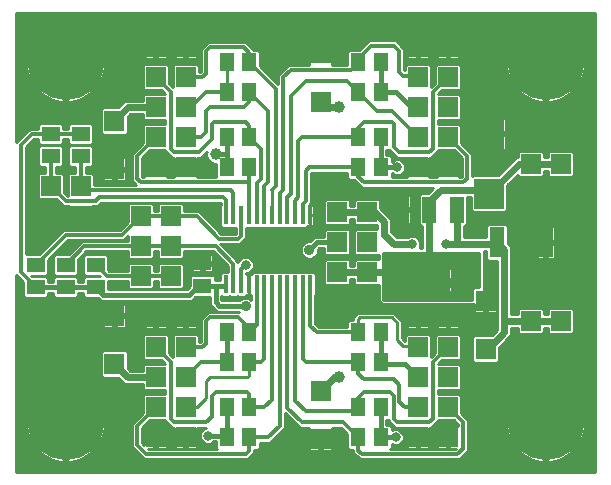
<source format=gbr>
G75*
%MOIN*%
%OFA0B0*%
%FSLAX24Y24*%
%IPPOS*%
%LPD*%
%AMOC8*
5,1,8,0,0,1.08239X$1,22.5*
%
%ADD10R,0.0138X0.0610*%
%ADD11R,0.0650X0.0650*%
%ADD12R,0.0512X0.0591*%
%ADD13R,0.0591X0.0512*%
%ADD14R,0.0669X0.0709*%
%ADD15C,0.2540*%
%ADD16R,0.0480X0.0880*%
%ADD17R,0.1417X0.0866*%
%ADD18R,0.0984X0.1004*%
%ADD19R,0.0500X0.1000*%
%ADD20C,0.0100*%
%ADD21C,0.0317*%
%ADD22C,0.0240*%
%ADD23C,0.0120*%
%ADD24C,0.0160*%
%ADD25C,0.0357*%
%ADD26C,0.0396*%
D10*
X007484Y007219D03*
X007740Y007219D03*
X007996Y007219D03*
X008252Y007219D03*
X008508Y007219D03*
X008764Y007219D03*
X009020Y007219D03*
X009276Y007219D03*
X009531Y007219D03*
X009787Y007219D03*
X010043Y007219D03*
X010299Y007219D03*
X010299Y009516D03*
X010043Y009516D03*
X009787Y009516D03*
X009531Y009516D03*
X009276Y009516D03*
X009020Y009516D03*
X008764Y009516D03*
X008508Y009516D03*
X008252Y009516D03*
X007996Y009516D03*
X007740Y009516D03*
X007484Y009516D03*
D11*
X005642Y009493D03*
X004642Y009493D03*
X004642Y008493D03*
X005642Y008493D03*
X005642Y007493D03*
X004642Y007493D03*
X005142Y006118D03*
X006142Y006118D03*
X006142Y005118D03*
X005142Y005118D03*
X005142Y004118D03*
X006142Y004118D03*
X006142Y003118D03*
X005142Y003118D03*
X005142Y002118D03*
X006142Y002118D03*
X011204Y007618D03*
X012204Y007618D03*
X012204Y008618D03*
X011204Y008618D03*
X011204Y009618D03*
X012204Y009618D03*
X013892Y011118D03*
X014892Y011118D03*
X014892Y012118D03*
X013892Y012118D03*
X013892Y013118D03*
X014892Y013118D03*
X014892Y014118D03*
X013892Y014118D03*
X013892Y015118D03*
X014892Y015118D03*
X017642Y012243D03*
X018642Y012243D03*
X018642Y011243D03*
X017642Y011243D03*
X017642Y010243D03*
X018642Y010243D03*
X018642Y006993D03*
X017642Y006993D03*
X017642Y005993D03*
X018642Y005993D03*
X018642Y004993D03*
X017642Y004993D03*
X014892Y005118D03*
X013892Y005118D03*
X013892Y006118D03*
X014892Y006118D03*
X014892Y004118D03*
X013892Y004118D03*
X013892Y003118D03*
X014892Y003118D03*
X014892Y002118D03*
X013892Y002118D03*
X002642Y009493D03*
X001642Y009493D03*
X001642Y010493D03*
X002642Y010493D03*
X005142Y011118D03*
X006142Y011118D03*
X006142Y012118D03*
X005142Y012118D03*
X005142Y013118D03*
X006142Y013118D03*
X006142Y014118D03*
X005142Y014118D03*
X005142Y015118D03*
X006142Y015118D03*
D12*
X007518Y014618D03*
X008266Y014618D03*
X008266Y013618D03*
X007518Y013618D03*
X007518Y012118D03*
X008266Y012118D03*
X008266Y011118D03*
X007518Y011118D03*
X011893Y011118D03*
X012641Y011118D03*
X012641Y012118D03*
X011893Y012118D03*
X011893Y013618D03*
X012641Y013618D03*
X012641Y014618D03*
X011893Y014618D03*
X011893Y005618D03*
X012641Y005618D03*
X012641Y004618D03*
X011893Y004618D03*
X011893Y003118D03*
X012641Y003118D03*
X012641Y002118D03*
X011893Y002118D03*
X008266Y002118D03*
X007518Y002118D03*
X007518Y003118D03*
X008266Y003118D03*
X008266Y004618D03*
X007518Y004618D03*
X007518Y005618D03*
X008266Y005618D03*
D13*
X006704Y007181D03*
X006704Y007929D03*
X003142Y007867D03*
X002142Y007867D03*
X001142Y007867D03*
X001142Y007118D03*
X002142Y007118D03*
X003142Y007118D03*
X002642Y011493D03*
X001642Y011493D03*
X001642Y012242D03*
X002642Y012242D03*
D14*
X003767Y012675D03*
X003767Y011060D03*
X003767Y006175D03*
X003767Y004560D03*
X010642Y003675D03*
X010642Y002060D03*
X016142Y005060D03*
X016142Y006675D03*
X010642Y013310D03*
X010642Y014925D03*
D15*
X018142Y014618D03*
X002142Y014618D03*
X002142Y002618D03*
X018142Y002618D03*
D16*
X015177Y009713D03*
X014267Y009713D03*
X013357Y009713D03*
D17*
X014267Y007272D03*
D18*
X016267Y010248D03*
X016267Y012237D03*
D19*
X016517Y008618D03*
X018142Y008618D03*
D20*
X000492Y007528D02*
X000492Y000967D01*
X019792Y000967D01*
X019792Y016268D01*
X000492Y016268D01*
X000492Y011958D01*
X000945Y012412D01*
X001236Y012412D01*
X001236Y012543D01*
X001301Y012607D01*
X001983Y012607D01*
X002047Y012543D01*
X002047Y012412D01*
X002236Y012412D01*
X002236Y012543D01*
X002301Y012607D01*
X002983Y012607D01*
X003047Y012543D01*
X003047Y011940D01*
X002983Y011876D01*
X002301Y011876D01*
X002236Y011940D01*
X002236Y012072D01*
X002047Y012072D01*
X002047Y011940D01*
X001983Y011876D01*
X001301Y011876D01*
X001236Y011940D01*
X001236Y012072D01*
X001086Y012072D01*
X000812Y011797D01*
X000812Y008232D01*
X001267Y008232D01*
X002072Y009037D01*
X003946Y009037D01*
X004207Y009298D01*
X004207Y009863D01*
X004271Y009927D01*
X005012Y009927D01*
X005077Y009863D01*
X005077Y009662D01*
X005207Y009662D01*
X005207Y009863D01*
X005271Y009927D01*
X006012Y009927D01*
X006077Y009863D01*
X006077Y009662D01*
X006587Y009662D01*
X007337Y008912D01*
X007821Y008912D01*
X007826Y008917D01*
X007826Y009101D01*
X007626Y009101D01*
X007612Y009115D01*
X007599Y009101D01*
X007370Y009101D01*
X007305Y009166D01*
X007305Y009867D01*
X007314Y009876D01*
X007314Y009948D01*
X003337Y009948D01*
X003312Y009922D01*
X003212Y009823D01*
X003017Y009823D01*
X003017Y009530D01*
X002679Y009530D01*
X002679Y009455D01*
X002679Y009118D01*
X002977Y009118D01*
X002995Y009125D01*
X003009Y009139D01*
X003017Y009158D01*
X003017Y009455D01*
X002679Y009455D01*
X002604Y009455D01*
X002267Y009455D01*
X002267Y009158D01*
X002274Y009139D01*
X002288Y009125D01*
X002307Y009118D01*
X002604Y009118D01*
X002604Y009455D01*
X002604Y009530D01*
X002267Y009530D01*
X002267Y009823D01*
X002071Y009823D01*
X001836Y010058D01*
X001271Y010058D01*
X001207Y010122D01*
X001207Y010863D01*
X001271Y010927D01*
X001472Y010927D01*
X001472Y011128D01*
X001301Y011128D01*
X001236Y011192D01*
X001236Y011795D01*
X001301Y011859D01*
X001983Y011859D01*
X002047Y011795D01*
X002047Y011192D01*
X001983Y011128D01*
X001812Y011128D01*
X001812Y010927D01*
X002012Y010927D01*
X002077Y010863D01*
X002077Y010298D01*
X002207Y010168D01*
X002207Y010863D01*
X002271Y010927D01*
X002472Y010927D01*
X002472Y011128D01*
X002301Y011128D01*
X002236Y011192D01*
X002236Y011795D01*
X002301Y011859D01*
X002983Y011859D01*
X003047Y011795D01*
X003047Y011192D01*
X002983Y011128D01*
X002812Y011128D01*
X002812Y010927D01*
X003012Y010927D01*
X003077Y010863D01*
X003077Y010537D01*
X004481Y010537D01*
X004446Y010573D01*
X004347Y010672D01*
X004347Y011563D01*
X004707Y011923D01*
X004707Y012488D01*
X004771Y012552D01*
X005472Y012552D01*
X005472Y012683D01*
X004771Y012683D01*
X004707Y012747D01*
X004707Y012888D01*
X004305Y012888D01*
X004211Y012794D01*
X004211Y012275D01*
X004147Y012210D01*
X003386Y012210D01*
X003322Y012275D01*
X003322Y013074D01*
X003386Y013139D01*
X003906Y013139D01*
X004114Y013347D01*
X004707Y013347D01*
X004707Y013488D01*
X004771Y013552D01*
X005466Y013552D01*
X005336Y013683D01*
X004771Y013683D01*
X004707Y013747D01*
X004707Y014488D01*
X004771Y014552D01*
X005512Y014552D01*
X005577Y014488D01*
X005577Y013923D01*
X005707Y013793D01*
X005707Y014488D01*
X005771Y014552D01*
X006512Y014552D01*
X006577Y014488D01*
X006577Y014287D01*
X006634Y014287D01*
X006659Y014313D01*
X006659Y015063D01*
X006759Y015162D01*
X006884Y015287D01*
X008150Y015287D01*
X008249Y015188D01*
X008414Y015023D01*
X008567Y015023D01*
X008632Y014958D01*
X008632Y014492D01*
X009222Y013902D01*
X009222Y014188D01*
X009472Y014438D01*
X009571Y014537D01*
X010269Y014537D01*
X010265Y014542D01*
X010257Y014560D01*
X010257Y014875D01*
X010592Y014875D01*
X010592Y014975D01*
X010592Y015329D01*
X010297Y015329D01*
X010279Y015321D01*
X010265Y015307D01*
X010257Y015289D01*
X010257Y014975D01*
X010592Y014975D01*
X010692Y014975D01*
X010692Y015329D01*
X010986Y015329D01*
X011005Y015321D01*
X011019Y015307D01*
X011026Y015289D01*
X011026Y014975D01*
X010692Y014975D01*
X010692Y014875D01*
X011026Y014875D01*
X011026Y014560D01*
X011019Y014542D01*
X011014Y014537D01*
X011527Y014537D01*
X011527Y014958D01*
X011591Y015023D01*
X011932Y015023D01*
X012259Y015350D01*
X013150Y015350D01*
X013249Y015250D01*
X013337Y015162D01*
X013437Y015063D01*
X013437Y014375D01*
X013457Y014355D01*
X013457Y014488D01*
X013521Y014552D01*
X014262Y014552D01*
X014327Y014488D01*
X014327Y013793D01*
X014457Y013923D01*
X014457Y014488D01*
X014521Y014552D01*
X015262Y014552D01*
X015327Y014488D01*
X015327Y013747D01*
X015262Y013683D01*
X014697Y013683D01*
X014567Y013552D01*
X015262Y013552D01*
X015327Y013488D01*
X015327Y012747D01*
X015262Y012683D01*
X014562Y012683D01*
X014562Y012552D01*
X015262Y012552D01*
X015327Y012488D01*
X015327Y011923D01*
X015687Y011563D01*
X015687Y010818D01*
X015729Y010860D01*
X016553Y010860D01*
X017165Y011472D01*
X017207Y011472D01*
X017207Y011613D01*
X017271Y011677D01*
X018012Y011677D01*
X018077Y011613D01*
X018077Y011472D01*
X018207Y011472D01*
X018207Y011613D01*
X018271Y011677D01*
X019012Y011677D01*
X019077Y011613D01*
X019077Y010872D01*
X019012Y010808D01*
X018271Y010808D01*
X018207Y010872D01*
X018207Y011013D01*
X018077Y011013D01*
X018077Y010872D01*
X018012Y010808D01*
X017271Y010808D01*
X017211Y010868D01*
X016869Y010525D01*
X016869Y009701D01*
X016804Y009636D01*
X015729Y009636D01*
X015665Y009701D01*
X015665Y010138D01*
X015527Y010138D01*
X015527Y009227D01*
X015462Y009163D01*
X015407Y009163D01*
X015407Y008785D01*
X016157Y008785D01*
X016157Y009163D01*
X016221Y009227D01*
X016812Y009227D01*
X016877Y009163D01*
X016877Y008583D01*
X016997Y008463D01*
X016997Y006222D01*
X017207Y006222D01*
X017207Y006363D01*
X017271Y006427D01*
X018012Y006427D01*
X018077Y006363D01*
X018077Y006222D01*
X018207Y006222D01*
X018207Y006363D01*
X018271Y006427D01*
X019012Y006427D01*
X019077Y006363D01*
X019077Y005622D01*
X019012Y005558D01*
X018271Y005558D01*
X018207Y005622D01*
X018207Y005763D01*
X018077Y005763D01*
X018077Y005622D01*
X018012Y005558D01*
X017271Y005558D01*
X017207Y005622D01*
X017207Y005763D01*
X016997Y005763D01*
X016997Y005522D01*
X016862Y005388D01*
X016586Y005112D01*
X016586Y004661D01*
X016522Y004596D01*
X015761Y004596D01*
X015697Y004661D01*
X015697Y005460D01*
X015761Y005525D01*
X016349Y005525D01*
X016537Y005713D01*
X016537Y008008D01*
X016221Y008008D01*
X016157Y008072D01*
X016157Y008325D01*
X016078Y008325D01*
X016082Y008321D01*
X016082Y007079D01*
X016092Y007079D01*
X016092Y006725D01*
X016192Y006725D01*
X016192Y007079D01*
X016486Y007079D01*
X016505Y007071D01*
X016519Y007057D01*
X016526Y007039D01*
X016526Y006725D01*
X016192Y006725D01*
X016192Y006625D01*
X016526Y006625D01*
X016526Y006310D01*
X016519Y006292D01*
X016505Y006278D01*
X016486Y006270D01*
X016192Y006270D01*
X016192Y006625D01*
X016092Y006625D01*
X016092Y006270D01*
X015797Y006270D01*
X015779Y006278D01*
X015765Y006292D01*
X015757Y006310D01*
X015757Y006553D01*
X012688Y006553D01*
X012577Y006664D01*
X012577Y007184D01*
X012575Y007183D01*
X011834Y007183D01*
X011769Y007247D01*
X011769Y007388D01*
X011639Y007388D01*
X011639Y007247D01*
X011575Y007183D01*
X010834Y007183D01*
X010769Y007247D01*
X010769Y007988D01*
X010834Y008052D01*
X011575Y008052D01*
X011639Y007988D01*
X011639Y007847D01*
X011769Y007847D01*
X011769Y007988D01*
X011834Y008052D01*
X012575Y008052D01*
X012577Y008051D01*
X012577Y008184D01*
X012575Y008183D01*
X011834Y008183D01*
X011769Y008247D01*
X011769Y008988D01*
X011834Y009052D01*
X012537Y009052D01*
X012537Y009183D01*
X011834Y009183D01*
X011769Y009247D01*
X011769Y009388D01*
X011639Y009388D01*
X011639Y009247D01*
X011575Y009183D01*
X010834Y009183D01*
X010769Y009247D01*
X010769Y009988D01*
X010834Y010052D01*
X011575Y010052D01*
X011639Y009988D01*
X011639Y009847D01*
X011769Y009847D01*
X011769Y009988D01*
X011834Y010052D01*
X012575Y010052D01*
X012639Y009988D01*
X012639Y009758D01*
X012862Y009535D01*
X012997Y009400D01*
X012997Y008963D01*
X013174Y008785D01*
X013557Y008785D01*
X013651Y008824D01*
X013758Y008824D01*
X013856Y008783D01*
X013932Y008707D01*
X013973Y008608D01*
X013973Y008502D01*
X013944Y008432D01*
X014037Y008432D01*
X014037Y009163D01*
X013981Y009163D01*
X013917Y009227D01*
X013917Y010198D01*
X013981Y010262D01*
X014211Y010262D01*
X014396Y010448D01*
X012009Y010448D01*
X011909Y010547D01*
X011744Y010712D01*
X011591Y010712D01*
X011527Y010777D01*
X011527Y010948D01*
X010337Y010948D01*
X010312Y010922D01*
X010312Y009922D01*
X010261Y009871D01*
X010299Y009871D01*
X010299Y009516D01*
X010299Y009516D01*
X010299Y009161D01*
X010220Y009161D01*
X010218Y009162D01*
X010158Y009101D01*
X009929Y009101D01*
X009915Y009115D01*
X009902Y009101D01*
X009673Y009101D01*
X009659Y009115D01*
X009646Y009101D01*
X009417Y009101D01*
X009403Y009115D01*
X009390Y009101D01*
X009161Y009101D01*
X009148Y009115D01*
X009134Y009101D01*
X008905Y009101D01*
X008892Y009115D01*
X008878Y009101D01*
X008649Y009101D01*
X008636Y009115D01*
X008622Y009101D01*
X008393Y009101D01*
X008380Y009115D01*
X008366Y009101D01*
X008166Y009101D01*
X008166Y008776D01*
X008066Y008677D01*
X008066Y008677D01*
X008062Y008672D01*
X008062Y008672D01*
X007962Y008573D01*
X007302Y008573D01*
X007312Y008563D01*
X007897Y007978D01*
X007914Y008020D01*
X007989Y008095D01*
X008088Y008136D01*
X008195Y008136D01*
X008294Y008095D01*
X008369Y008020D01*
X008410Y007921D01*
X008410Y007814D01*
X008369Y007715D01*
X008294Y007640D01*
X008195Y007599D01*
X008166Y007599D01*
X008166Y007578D01*
X008171Y007573D01*
X008173Y007574D01*
X008252Y007574D01*
X008252Y007219D01*
X008252Y007219D01*
X008252Y007574D01*
X008331Y007574D01*
X008333Y007573D01*
X008393Y007634D01*
X008622Y007634D01*
X008636Y007620D01*
X008649Y007634D01*
X008878Y007634D01*
X008892Y007620D01*
X008905Y007634D01*
X009134Y007634D01*
X009148Y007620D01*
X009161Y007634D01*
X009390Y007634D01*
X009403Y007620D01*
X009417Y007634D01*
X009646Y007634D01*
X009659Y007620D01*
X009673Y007634D01*
X009902Y007634D01*
X009915Y007620D01*
X009929Y007634D01*
X010158Y007634D01*
X010171Y007620D01*
X010185Y007634D01*
X010414Y007634D01*
X010478Y007569D01*
X010478Y006868D01*
X010469Y006859D01*
X010469Y005905D01*
X010587Y005787D01*
X011527Y005787D01*
X011527Y005958D01*
X011591Y006023D01*
X011733Y006023D01*
X011733Y006122D01*
X011794Y006184D01*
X011888Y006277D01*
X013083Y006277D01*
X013270Y006090D01*
X013364Y005996D01*
X013364Y005434D01*
X013457Y005341D01*
X013457Y005488D01*
X013521Y005552D01*
X014262Y005552D01*
X014327Y005488D01*
X014327Y004793D01*
X014457Y004923D01*
X014457Y005488D01*
X014521Y005552D01*
X015262Y005552D01*
X015327Y005488D01*
X015327Y004747D01*
X015262Y004683D01*
X014697Y004683D01*
X014567Y004552D01*
X015262Y004552D01*
X015327Y004488D01*
X015327Y003747D01*
X015262Y003683D01*
X014562Y003683D01*
X014562Y003552D01*
X015262Y003552D01*
X015327Y003488D01*
X015327Y002923D01*
X015562Y002688D01*
X015562Y001672D01*
X015462Y001573D01*
X015275Y001385D01*
X011946Y001385D01*
X011847Y001485D01*
X011723Y001609D01*
X011723Y001712D01*
X011591Y001712D01*
X011527Y001777D01*
X011527Y002242D01*
X011321Y002448D01*
X011014Y002448D01*
X011019Y002443D01*
X011026Y002425D01*
X011026Y002110D01*
X010692Y002110D01*
X010692Y002010D01*
X011026Y002010D01*
X011026Y001696D01*
X011019Y001678D01*
X011005Y001664D01*
X010986Y001656D01*
X010692Y001656D01*
X010692Y002010D01*
X010592Y002010D01*
X010592Y001656D01*
X010297Y001656D01*
X010279Y001664D01*
X010265Y001678D01*
X010257Y001696D01*
X010257Y002010D01*
X010592Y002010D01*
X010592Y002110D01*
X010257Y002110D01*
X010257Y002425D01*
X010265Y002443D01*
X010269Y002448D01*
X009946Y002448D01*
X009446Y002948D01*
X009446Y002431D01*
X009062Y002047D01*
X009062Y002047D01*
X008962Y001948D01*
X008632Y001948D01*
X008632Y001777D01*
X008567Y001712D01*
X008436Y001712D01*
X008436Y001609D01*
X008312Y001485D01*
X008212Y001385D01*
X004759Y001385D01*
X004659Y001485D01*
X004659Y001485D01*
X004446Y001698D01*
X004347Y001797D01*
X004347Y002563D01*
X004707Y002923D01*
X004707Y003488D01*
X004771Y003552D01*
X005472Y003552D01*
X005472Y003683D01*
X004771Y003683D01*
X004707Y003747D01*
X004707Y003888D01*
X004114Y003888D01*
X003906Y004096D01*
X003386Y004096D01*
X003322Y004161D01*
X003322Y004960D01*
X003386Y005025D01*
X004147Y005025D01*
X004211Y004960D01*
X004211Y004441D01*
X004305Y004347D01*
X004707Y004347D01*
X004707Y004488D01*
X004771Y004552D01*
X005466Y004552D01*
X005336Y004683D01*
X004771Y004683D01*
X004707Y004747D01*
X004707Y005488D01*
X004771Y005552D01*
X005512Y005552D01*
X005577Y005488D01*
X005577Y004923D01*
X005707Y004793D01*
X005707Y005488D01*
X005771Y005552D01*
X006512Y005552D01*
X006577Y005488D01*
X006577Y005287D01*
X006634Y005287D01*
X006659Y005313D01*
X006659Y006063D01*
X006884Y006287D01*
X007939Y006287D01*
X007924Y006303D01*
X007188Y006303D01*
X007063Y006428D01*
X006952Y006539D01*
X006952Y006815D01*
X006483Y006815D01*
X006457Y006789D01*
X006345Y006678D01*
X003313Y006678D01*
X003238Y006753D01*
X002801Y006753D01*
X002736Y006817D01*
X002736Y006928D01*
X002547Y006928D01*
X002547Y006817D01*
X002483Y006753D01*
X001801Y006753D01*
X001736Y006817D01*
X001736Y006928D01*
X001547Y006928D01*
X001547Y006817D01*
X001483Y006753D01*
X000801Y006753D01*
X000736Y006817D01*
X000736Y007283D01*
X000492Y007528D01*
X000492Y007513D02*
X000507Y007513D01*
X000492Y007414D02*
X000606Y007414D01*
X000704Y007316D02*
X000492Y007316D01*
X000492Y007217D02*
X000736Y007217D01*
X000736Y007119D02*
X000492Y007119D01*
X000492Y007020D02*
X000736Y007020D01*
X000736Y006922D02*
X000492Y006922D01*
X000492Y006823D02*
X000736Y006823D01*
X000492Y006725D02*
X003266Y006725D01*
X003404Y006571D02*
X003390Y006557D01*
X003382Y006539D01*
X003382Y006225D01*
X003717Y006225D01*
X003717Y006579D01*
X003422Y006579D01*
X003404Y006571D01*
X003382Y006528D02*
X000492Y006528D01*
X000492Y006626D02*
X006952Y006626D01*
X006952Y006725D02*
X006392Y006725D01*
X006477Y006492D02*
X006179Y006492D01*
X006179Y006155D01*
X006104Y006155D01*
X006104Y006080D01*
X005767Y006080D01*
X005767Y005783D01*
X005774Y005764D01*
X005788Y005750D01*
X005807Y005743D01*
X006104Y005743D01*
X006104Y006080D01*
X006179Y006080D01*
X006179Y005743D01*
X006477Y005743D01*
X006495Y005750D01*
X006509Y005764D01*
X006517Y005783D01*
X006517Y006080D01*
X006179Y006080D01*
X006179Y006155D01*
X006517Y006155D01*
X006517Y006452D01*
X006509Y006471D01*
X006495Y006485D01*
X006477Y006492D01*
X006517Y006429D02*
X007061Y006429D01*
X006963Y006528D02*
X004151Y006528D01*
X004151Y006539D02*
X004144Y006557D01*
X004130Y006571D01*
X004111Y006579D01*
X003817Y006579D01*
X003817Y006225D01*
X003717Y006225D01*
X003717Y006125D01*
X003817Y006125D01*
X003817Y006225D01*
X004151Y006225D01*
X004151Y006539D01*
X004151Y006429D02*
X004767Y006429D01*
X004767Y006452D02*
X004767Y006155D01*
X005104Y006155D01*
X005104Y006080D01*
X004767Y006080D01*
X004767Y005783D01*
X004774Y005764D01*
X004788Y005750D01*
X004807Y005743D01*
X005104Y005743D01*
X005104Y006080D01*
X005179Y006080D01*
X005179Y005743D01*
X005477Y005743D01*
X005495Y005750D01*
X005509Y005764D01*
X005517Y005783D01*
X005517Y006080D01*
X005179Y006080D01*
X005179Y006155D01*
X005104Y006155D01*
X005104Y006492D01*
X004807Y006492D01*
X004788Y006485D01*
X004774Y006471D01*
X004767Y006452D01*
X004767Y006331D02*
X004151Y006331D01*
X004151Y006232D02*
X004767Y006232D01*
X004767Y006035D02*
X004151Y006035D01*
X004151Y006125D02*
X004151Y005810D01*
X004144Y005792D01*
X004130Y005778D01*
X004111Y005770D01*
X003817Y005770D01*
X003817Y006125D01*
X004151Y006125D01*
X004151Y005937D02*
X004767Y005937D01*
X004767Y005838D02*
X004151Y005838D01*
X003817Y005838D02*
X003717Y005838D01*
X003717Y005770D02*
X003717Y006125D01*
X003382Y006125D01*
X003382Y005810D01*
X003390Y005792D01*
X003404Y005778D01*
X003422Y005770D01*
X003717Y005770D01*
X003717Y005937D02*
X003817Y005937D01*
X003817Y006035D02*
X003717Y006035D01*
X003717Y006134D02*
X000492Y006134D01*
X000492Y006232D02*
X003382Y006232D01*
X003382Y006331D02*
X000492Y006331D01*
X000492Y006429D02*
X003382Y006429D01*
X003717Y006429D02*
X003817Y006429D01*
X003817Y006331D02*
X003717Y006331D01*
X003717Y006232D02*
X003817Y006232D01*
X003817Y006134D02*
X005104Y006134D01*
X005179Y006134D02*
X006104Y006134D01*
X006104Y006155D02*
X005767Y006155D01*
X005767Y006452D01*
X005774Y006471D01*
X005788Y006485D01*
X005807Y006492D01*
X006104Y006492D01*
X006104Y006155D01*
X006104Y006232D02*
X006179Y006232D01*
X006179Y006134D02*
X006730Y006134D01*
X006659Y006035D02*
X006517Y006035D01*
X006517Y005937D02*
X006659Y005937D01*
X006659Y005838D02*
X006517Y005838D01*
X006659Y005740D02*
X000492Y005740D01*
X000492Y005838D02*
X003382Y005838D01*
X003382Y005937D02*
X000492Y005937D01*
X000492Y006035D02*
X003382Y006035D01*
X003717Y006528D02*
X003817Y006528D01*
X003547Y007057D02*
X003547Y007323D01*
X004207Y007323D01*
X004207Y007122D01*
X004271Y007058D01*
X005012Y007058D01*
X005077Y007122D01*
X005077Y007323D01*
X005207Y007323D01*
X005207Y007122D01*
X005271Y007058D01*
X006012Y007058D01*
X006077Y007122D01*
X006077Y007863D01*
X006012Y007927D01*
X005271Y007927D01*
X005207Y007863D01*
X005207Y007662D01*
X005077Y007662D01*
X005077Y007863D01*
X005012Y007927D01*
X004271Y007927D01*
X004207Y007863D01*
X004207Y007662D01*
X003586Y007662D01*
X003547Y007702D01*
X003547Y008168D01*
X003483Y008232D01*
X002801Y008232D01*
X002736Y008168D01*
X002736Y007565D01*
X002801Y007501D01*
X003267Y007501D01*
X003283Y007484D01*
X002801Y007484D01*
X002736Y007420D01*
X002736Y007308D01*
X002547Y007308D01*
X002547Y007420D01*
X002483Y007484D01*
X001801Y007484D01*
X001736Y007420D01*
X001736Y007308D01*
X001547Y007308D01*
X001547Y007420D01*
X001483Y007484D01*
X001016Y007484D01*
X001000Y007501D01*
X001483Y007501D01*
X001547Y007565D01*
X001547Y008031D01*
X002213Y008698D01*
X004087Y008698D01*
X004187Y008797D01*
X004207Y008817D01*
X004207Y008662D01*
X002697Y008662D01*
X002267Y008232D01*
X001801Y008232D01*
X001736Y008168D01*
X001736Y007565D01*
X001801Y007501D01*
X002483Y007501D01*
X002547Y007565D01*
X002547Y008031D01*
X002838Y008323D01*
X004207Y008323D01*
X004207Y008122D01*
X004271Y008058D01*
X005012Y008058D01*
X005077Y008122D01*
X005077Y008323D01*
X005207Y008323D01*
X005207Y008122D01*
X005271Y008058D01*
X006012Y008058D01*
X006077Y008122D01*
X006077Y008323D01*
X007071Y008323D01*
X007570Y007824D01*
X007570Y007634D01*
X007370Y007634D01*
X007305Y007569D01*
X007305Y007370D01*
X007221Y007370D01*
X007221Y007370D01*
X007109Y007370D01*
X007109Y007482D01*
X007045Y007547D01*
X006363Y007547D01*
X006299Y007482D01*
X006299Y007168D01*
X006188Y007057D01*
X003547Y007057D01*
X003547Y007119D02*
X004210Y007119D01*
X004207Y007217D02*
X003547Y007217D01*
X003547Y007316D02*
X004207Y007316D01*
X004207Y007710D02*
X003547Y007710D01*
X003547Y007808D02*
X004207Y007808D01*
X004250Y007907D02*
X003547Y007907D01*
X003547Y008005D02*
X006359Y008005D01*
X006359Y007979D02*
X006359Y008195D01*
X006367Y008213D01*
X006381Y008227D01*
X006399Y008235D01*
X006654Y008235D01*
X006654Y007979D01*
X006654Y007879D01*
X006359Y007879D01*
X006359Y007663D01*
X006367Y007645D01*
X006381Y007631D01*
X006399Y007623D01*
X006654Y007623D01*
X006654Y007879D01*
X006754Y007879D01*
X006754Y007623D01*
X007009Y007623D01*
X007028Y007631D01*
X007042Y007645D01*
X007049Y007663D01*
X007049Y007879D01*
X006754Y007879D01*
X006754Y007979D01*
X006654Y007979D01*
X006359Y007979D01*
X006359Y008104D02*
X006058Y008104D01*
X006077Y008202D02*
X006362Y008202D01*
X006077Y008301D02*
X007093Y008301D01*
X007028Y008227D02*
X007009Y008235D01*
X006754Y008235D01*
X006754Y007979D01*
X007049Y007979D01*
X007049Y008195D01*
X007042Y008213D01*
X007028Y008227D01*
X007046Y008202D02*
X007192Y008202D01*
X007290Y008104D02*
X007049Y008104D01*
X007049Y008005D02*
X007389Y008005D01*
X007487Y007907D02*
X006754Y007907D01*
X006754Y008005D02*
X006654Y008005D01*
X006654Y007907D02*
X006033Y007907D01*
X006077Y007808D02*
X006359Y007808D01*
X006359Y007710D02*
X006077Y007710D01*
X006077Y007611D02*
X007347Y007611D01*
X007305Y007513D02*
X007079Y007513D01*
X007109Y007414D02*
X007305Y007414D01*
X007049Y007710D02*
X007570Y007710D01*
X007570Y007808D02*
X007049Y007808D01*
X006754Y007808D02*
X006654Y007808D01*
X006654Y007710D02*
X006754Y007710D01*
X006754Y008104D02*
X006654Y008104D01*
X006654Y008202D02*
X006754Y008202D01*
X007377Y008498D02*
X010008Y008498D01*
X010022Y008531D02*
X009978Y008425D01*
X009978Y008310D01*
X010022Y008204D01*
X010103Y008123D01*
X010209Y008079D01*
X010324Y008079D01*
X010430Y008123D01*
X010511Y008204D01*
X010555Y008310D01*
X010555Y008387D01*
X010595Y008428D01*
X010769Y008428D01*
X010769Y008247D01*
X010834Y008183D01*
X011575Y008183D01*
X011639Y008247D01*
X011639Y008988D01*
X011575Y009052D01*
X010834Y009052D01*
X010769Y008988D01*
X010769Y008807D01*
X010438Y008807D01*
X010286Y008656D01*
X010209Y008656D01*
X010103Y008612D01*
X010022Y008531D01*
X010087Y008596D02*
X007986Y008596D01*
X008084Y008695D02*
X010325Y008695D01*
X010423Y008793D02*
X008166Y008793D01*
X008166Y008892D02*
X010769Y008892D01*
X010771Y008990D02*
X008166Y008990D01*
X008166Y009089D02*
X012537Y009089D01*
X012997Y009089D02*
X014037Y009089D01*
X014037Y008990D02*
X012997Y008990D01*
X013068Y008892D02*
X014037Y008892D01*
X014037Y008793D02*
X013832Y008793D01*
X013937Y008695D02*
X014037Y008695D01*
X014037Y008596D02*
X013973Y008596D01*
X013971Y008498D02*
X014037Y008498D01*
X013577Y008793D02*
X013166Y008793D01*
X012997Y009187D02*
X013957Y009187D01*
X013917Y009286D02*
X013647Y009286D01*
X013647Y009263D02*
X013647Y009663D01*
X013407Y009663D01*
X013407Y009762D01*
X013647Y009762D01*
X013647Y010162D01*
X013639Y010181D01*
X013625Y010195D01*
X013607Y010202D01*
X013407Y010202D01*
X013407Y009763D01*
X013307Y009763D01*
X013307Y010202D01*
X013107Y010202D01*
X013088Y010195D01*
X013074Y010181D01*
X013067Y010162D01*
X013067Y009762D01*
X013307Y009762D01*
X013307Y009663D01*
X013067Y009663D01*
X013067Y009263D01*
X013074Y009244D01*
X013088Y009230D01*
X013107Y009223D01*
X013307Y009223D01*
X013307Y009662D01*
X013407Y009662D01*
X013407Y009223D01*
X013607Y009223D01*
X013625Y009230D01*
X013639Y009244D01*
X013647Y009263D01*
X013647Y009384D02*
X013917Y009384D01*
X013917Y009483D02*
X013647Y009483D01*
X013647Y009581D02*
X013917Y009581D01*
X013917Y009680D02*
X013407Y009680D01*
X013407Y009778D02*
X013307Y009778D01*
X013307Y009680D02*
X012717Y009680D01*
X012639Y009778D02*
X013067Y009778D01*
X013067Y009877D02*
X012639Y009877D01*
X012639Y009975D02*
X013067Y009975D01*
X013067Y010074D02*
X010312Y010074D01*
X010312Y010172D02*
X013071Y010172D01*
X013307Y010172D02*
X013407Y010172D01*
X013407Y010074D02*
X013307Y010074D01*
X013307Y009975D02*
X013407Y009975D01*
X013407Y009877D02*
X013307Y009877D01*
X013307Y009581D02*
X013407Y009581D01*
X013407Y009483D02*
X013307Y009483D01*
X013307Y009384D02*
X013407Y009384D01*
X013407Y009286D02*
X013307Y009286D01*
X013067Y009286D02*
X012997Y009286D01*
X012997Y009384D02*
X013067Y009384D01*
X013067Y009483D02*
X012914Y009483D01*
X012816Y009581D02*
X013067Y009581D01*
X013647Y009778D02*
X013917Y009778D01*
X013917Y009877D02*
X013647Y009877D01*
X013647Y009975D02*
X013917Y009975D01*
X013917Y010074D02*
X013647Y010074D01*
X013643Y010172D02*
X013917Y010172D01*
X014219Y010271D02*
X010312Y010271D01*
X010312Y010369D02*
X014318Y010369D01*
X014267Y010787D02*
X014267Y011080D01*
X013929Y011080D01*
X013929Y011155D01*
X014267Y011155D01*
X014267Y011448D01*
X014337Y011448D01*
X014462Y011573D01*
X014562Y011672D01*
X014562Y011683D01*
X015086Y011683D01*
X015347Y011422D01*
X015347Y010813D01*
X015321Y010787D01*
X015267Y010787D01*
X015267Y011080D01*
X014929Y011080D01*
X014929Y011155D01*
X014854Y011155D01*
X014854Y011080D01*
X014517Y011080D01*
X014517Y010787D01*
X014267Y010787D01*
X014267Y010862D02*
X014517Y010862D01*
X014517Y010960D02*
X014267Y010960D01*
X014267Y011059D02*
X014517Y011059D01*
X014517Y011155D02*
X014854Y011155D01*
X014854Y011492D01*
X014557Y011492D01*
X014538Y011485D01*
X014524Y011471D01*
X014517Y011452D01*
X014517Y011155D01*
X014517Y011157D02*
X014267Y011157D01*
X014267Y011256D02*
X014517Y011256D01*
X014517Y011354D02*
X014267Y011354D01*
X014342Y011453D02*
X014517Y011453D01*
X014441Y011551D02*
X015218Y011551D01*
X015227Y011492D02*
X014929Y011492D01*
X014929Y011155D01*
X015267Y011155D01*
X015267Y011452D01*
X015259Y011471D01*
X015245Y011485D01*
X015227Y011492D01*
X015267Y011453D02*
X015316Y011453D01*
X015347Y011354D02*
X015267Y011354D01*
X015267Y011256D02*
X015347Y011256D01*
X015347Y011157D02*
X015267Y011157D01*
X015267Y011059D02*
X015347Y011059D01*
X015347Y010960D02*
X015267Y010960D01*
X015267Y010862D02*
X015347Y010862D01*
X015687Y010862D02*
X016555Y010862D01*
X016653Y010960D02*
X015687Y010960D01*
X015687Y011059D02*
X016752Y011059D01*
X016850Y011157D02*
X015687Y011157D01*
X015687Y011256D02*
X016949Y011256D01*
X017047Y011354D02*
X015687Y011354D01*
X015687Y011453D02*
X017146Y011453D01*
X017207Y011551D02*
X015687Y011551D01*
X015600Y011650D02*
X017243Y011650D01*
X017307Y011868D02*
X017604Y011868D01*
X017604Y012205D01*
X017267Y012205D01*
X017267Y011908D01*
X017274Y011889D01*
X017288Y011875D01*
X017307Y011868D01*
X017267Y011945D02*
X016809Y011945D01*
X016809Y011847D02*
X019792Y011847D01*
X019792Y011945D02*
X019017Y011945D01*
X019017Y011908D02*
X019017Y012205D01*
X018679Y012205D01*
X018679Y011868D01*
X018977Y011868D01*
X018995Y011875D01*
X019009Y011889D01*
X019017Y011908D01*
X019017Y012044D02*
X019792Y012044D01*
X019792Y012142D02*
X019017Y012142D01*
X019017Y012280D02*
X018679Y012280D01*
X018604Y012280D01*
X018604Y012205D01*
X018267Y012205D01*
X018267Y011908D01*
X018274Y011889D01*
X018288Y011875D01*
X018307Y011868D01*
X018604Y011868D01*
X018604Y012205D01*
X018679Y012205D01*
X018679Y012280D01*
X018679Y012617D01*
X018977Y012617D01*
X018995Y012610D01*
X019009Y012596D01*
X019017Y012577D01*
X019017Y012280D01*
X019017Y012339D02*
X019792Y012339D01*
X019792Y012241D02*
X018679Y012241D01*
X018604Y012241D02*
X017679Y012241D01*
X017679Y012205D02*
X017679Y012280D01*
X017604Y012280D01*
X017604Y012205D01*
X017679Y012205D01*
X017679Y011868D01*
X017977Y011868D01*
X017995Y011875D01*
X018009Y011889D01*
X018017Y011908D01*
X018017Y012205D01*
X017679Y012205D01*
X017679Y012142D02*
X017604Y012142D01*
X017604Y012044D02*
X017679Y012044D01*
X017679Y011945D02*
X017604Y011945D01*
X017604Y012241D02*
X016317Y012241D01*
X016317Y012287D02*
X016809Y012287D01*
X016809Y012749D01*
X016801Y012767D01*
X016787Y012781D01*
X016769Y012789D01*
X016317Y012789D01*
X016317Y012287D01*
X016217Y012287D01*
X016217Y012789D01*
X015765Y012789D01*
X015746Y012781D01*
X015732Y012767D01*
X015725Y012749D01*
X015725Y012287D01*
X016217Y012287D01*
X016217Y012187D01*
X015725Y012187D01*
X015725Y011725D01*
X015732Y011706D01*
X015746Y011692D01*
X015765Y011685D01*
X016217Y011685D01*
X016217Y012187D01*
X016317Y012187D01*
X016317Y012287D01*
X016317Y012339D02*
X016217Y012339D01*
X016217Y012241D02*
X015327Y012241D01*
X015327Y012339D02*
X015725Y012339D01*
X015725Y012438D02*
X015327Y012438D01*
X015279Y012536D02*
X015725Y012536D01*
X015725Y012635D02*
X014562Y012635D01*
X015313Y012733D02*
X015725Y012733D01*
X015327Y012832D02*
X019792Y012832D01*
X019792Y012930D02*
X015327Y012930D01*
X015327Y013029D02*
X019792Y013029D01*
X019792Y013127D02*
X015327Y013127D01*
X015327Y013226D02*
X019792Y013226D01*
X019792Y013324D02*
X018405Y013324D01*
X018463Y013336D02*
X018336Y013310D01*
X018207Y013298D01*
X018192Y013298D01*
X018192Y014567D01*
X018092Y014567D01*
X018092Y013298D01*
X018077Y013298D01*
X017948Y013310D01*
X017821Y013336D01*
X017696Y013373D01*
X017577Y013423D01*
X017462Y013484D01*
X017354Y013556D01*
X017254Y013638D01*
X017162Y013730D01*
X017080Y013830D01*
X017008Y013938D01*
X016947Y014052D01*
X016897Y014172D01*
X016860Y014296D01*
X016834Y014424D01*
X016822Y014553D01*
X016822Y014568D01*
X018092Y014568D01*
X018092Y014667D01*
X016822Y014667D01*
X016822Y014682D01*
X016834Y014811D01*
X016860Y014939D01*
X016897Y015063D01*
X016947Y015183D01*
X017008Y015297D01*
X017080Y015405D01*
X017162Y015505D01*
X017254Y015597D01*
X017354Y015679D01*
X017462Y015751D01*
X017577Y015812D01*
X017696Y015862D01*
X017821Y015899D01*
X017948Y015925D01*
X018077Y015937D01*
X018092Y015937D01*
X018092Y014668D01*
X018192Y014668D01*
X018192Y015937D01*
X018207Y015937D01*
X018336Y015925D01*
X018463Y015899D01*
X018587Y015862D01*
X018707Y015812D01*
X018821Y015751D01*
X018929Y015679D01*
X019029Y015597D01*
X019121Y015505D01*
X019203Y015405D01*
X019275Y015297D01*
X019336Y015183D01*
X019386Y015063D01*
X019424Y014939D01*
X019449Y014811D01*
X019462Y014682D01*
X019462Y014667D01*
X018192Y014667D01*
X018192Y014568D01*
X019462Y014568D01*
X019462Y014553D01*
X019449Y014424D01*
X019424Y014296D01*
X019386Y014172D01*
X019336Y014052D01*
X019275Y013938D01*
X019203Y013830D01*
X019121Y013730D01*
X019029Y013638D01*
X018929Y013556D01*
X018821Y013484D01*
X018707Y013423D01*
X018587Y013373D01*
X018463Y013336D01*
X018706Y013423D02*
X019792Y013423D01*
X019792Y013521D02*
X018877Y013521D01*
X019006Y013620D02*
X019792Y013620D01*
X019792Y013718D02*
X019109Y013718D01*
X019192Y013817D02*
X019792Y013817D01*
X019792Y013915D02*
X019260Y013915D01*
X019316Y014014D02*
X019792Y014014D01*
X019792Y014112D02*
X019361Y014112D01*
X019398Y014211D02*
X019792Y014211D01*
X019792Y014309D02*
X019426Y014309D01*
X019446Y014408D02*
X019792Y014408D01*
X019792Y014506D02*
X019457Y014506D01*
X019460Y014703D02*
X019792Y014703D01*
X019792Y014605D02*
X018192Y014605D01*
X018192Y014703D02*
X018092Y014703D01*
X018092Y014605D02*
X013437Y014605D01*
X013437Y014703D02*
X016824Y014703D01*
X016833Y014802D02*
X015267Y014802D01*
X015267Y014783D02*
X015267Y015080D01*
X014929Y015080D01*
X014929Y014743D01*
X015227Y014743D01*
X015245Y014750D01*
X015259Y014764D01*
X015267Y014783D01*
X015267Y014900D02*
X016852Y014900D01*
X016878Y014999D02*
X015267Y014999D01*
X015267Y015155D02*
X015267Y015452D01*
X015259Y015471D01*
X015245Y015485D01*
X015227Y015492D01*
X014929Y015492D01*
X014929Y015155D01*
X014854Y015155D01*
X014854Y015080D01*
X014517Y015080D01*
X014517Y014783D01*
X014524Y014764D01*
X014538Y014750D01*
X014557Y014743D01*
X014854Y014743D01*
X014854Y015080D01*
X014929Y015080D01*
X014929Y015155D01*
X015267Y015155D01*
X015267Y015196D02*
X016954Y015196D01*
X016912Y015097D02*
X014929Y015097D01*
X014854Y015097D02*
X013929Y015097D01*
X013929Y015080D02*
X013929Y015155D01*
X013854Y015155D01*
X013854Y015080D01*
X013517Y015080D01*
X013517Y014783D01*
X013524Y014764D01*
X013538Y014750D01*
X013557Y014743D01*
X013854Y014743D01*
X013854Y015080D01*
X013929Y015080D01*
X013929Y014743D01*
X014227Y014743D01*
X014245Y014750D01*
X014259Y014764D01*
X014267Y014783D01*
X014267Y015080D01*
X013929Y015080D01*
X013929Y015155D02*
X014267Y015155D01*
X014267Y015452D01*
X014259Y015471D01*
X014245Y015485D01*
X014227Y015492D01*
X013929Y015492D01*
X013929Y015155D01*
X013929Y015196D02*
X013854Y015196D01*
X013854Y015155D02*
X013854Y015492D01*
X013557Y015492D01*
X013538Y015485D01*
X013524Y015471D01*
X013517Y015452D01*
X013517Y015155D01*
X013854Y015155D01*
X013854Y015097D02*
X013403Y015097D01*
X013437Y014999D02*
X013517Y014999D01*
X013517Y014900D02*
X013437Y014900D01*
X013437Y014802D02*
X013517Y014802D01*
X013854Y014802D02*
X013929Y014802D01*
X013929Y014900D02*
X013854Y014900D01*
X013854Y014999D02*
X013929Y014999D01*
X014267Y014999D02*
X014517Y014999D01*
X014517Y014900D02*
X014267Y014900D01*
X014267Y014802D02*
X014517Y014802D01*
X014475Y014506D02*
X014309Y014506D01*
X014327Y014408D02*
X014457Y014408D01*
X014457Y014309D02*
X014327Y014309D01*
X014327Y014211D02*
X014457Y014211D01*
X014457Y014112D02*
X014327Y014112D01*
X014327Y014014D02*
X014457Y014014D01*
X014449Y013915D02*
X014327Y013915D01*
X014327Y013817D02*
X014350Y013817D01*
X014634Y013620D02*
X017277Y013620D01*
X017174Y013718D02*
X015298Y013718D01*
X015327Y013817D02*
X017091Y013817D01*
X017023Y013915D02*
X015327Y013915D01*
X015327Y014014D02*
X016968Y014014D01*
X016922Y014112D02*
X015327Y014112D01*
X015327Y014211D02*
X016886Y014211D01*
X016857Y014309D02*
X015327Y014309D01*
X015327Y014408D02*
X016838Y014408D01*
X016826Y014506D02*
X015309Y014506D01*
X014929Y014802D02*
X014854Y014802D01*
X014854Y014900D02*
X014929Y014900D01*
X014929Y014999D02*
X014854Y014999D01*
X014854Y015155D02*
X014517Y015155D01*
X014517Y015452D01*
X014524Y015471D01*
X014538Y015485D01*
X014557Y015492D01*
X014854Y015492D01*
X014854Y015155D01*
X014854Y015196D02*
X014929Y015196D01*
X014929Y015294D02*
X014854Y015294D01*
X014854Y015393D02*
X014929Y015393D01*
X014929Y015491D02*
X014854Y015491D01*
X014553Y015491D02*
X014230Y015491D01*
X014267Y015393D02*
X014517Y015393D01*
X014517Y015294D02*
X014267Y015294D01*
X014267Y015196D02*
X014517Y015196D01*
X013929Y015294D02*
X013854Y015294D01*
X013854Y015393D02*
X013929Y015393D01*
X013929Y015491D02*
X013854Y015491D01*
X013553Y015491D02*
X006480Y015491D01*
X006477Y015492D02*
X006179Y015492D01*
X006179Y015155D01*
X006104Y015155D01*
X006104Y015080D01*
X005767Y015080D01*
X005767Y014783D01*
X005774Y014764D01*
X005788Y014750D01*
X005807Y014743D01*
X006104Y014743D01*
X006104Y015080D01*
X006179Y015080D01*
X006179Y014743D01*
X006477Y014743D01*
X006495Y014750D01*
X006509Y014764D01*
X006517Y014783D01*
X006517Y015080D01*
X006179Y015080D01*
X006179Y015155D01*
X006517Y015155D01*
X006517Y015452D01*
X006509Y015471D01*
X006495Y015485D01*
X006477Y015492D01*
X006517Y015393D02*
X013517Y015393D01*
X013517Y015294D02*
X013206Y015294D01*
X013304Y015196D02*
X013517Y015196D01*
X013475Y014506D02*
X013437Y014506D01*
X013437Y014408D02*
X013457Y014408D01*
X013829Y014180D02*
X013892Y014118D01*
X015294Y013521D02*
X017407Y013521D01*
X017577Y013423D02*
X015327Y013423D01*
X015327Y013324D02*
X017878Y013324D01*
X018092Y013324D02*
X018192Y013324D01*
X018192Y013423D02*
X018092Y013423D01*
X018092Y013521D02*
X018192Y013521D01*
X018192Y013620D02*
X018092Y013620D01*
X018092Y013718D02*
X018192Y013718D01*
X018192Y013817D02*
X018092Y013817D01*
X018092Y013915D02*
X018192Y013915D01*
X018192Y014014D02*
X018092Y014014D01*
X018092Y014112D02*
X018192Y014112D01*
X018192Y014211D02*
X018092Y014211D01*
X018092Y014309D02*
X018192Y014309D01*
X018192Y014408D02*
X018092Y014408D01*
X018092Y014506D02*
X018192Y014506D01*
X018192Y014802D02*
X018092Y014802D01*
X018092Y014900D02*
X018192Y014900D01*
X018192Y014999D02*
X018092Y014999D01*
X018092Y015097D02*
X018192Y015097D01*
X018192Y015196D02*
X018092Y015196D01*
X018092Y015294D02*
X018192Y015294D01*
X018192Y015393D02*
X018092Y015393D01*
X018092Y015491D02*
X018192Y015491D01*
X018192Y015590D02*
X018092Y015590D01*
X018092Y015688D02*
X018192Y015688D01*
X018192Y015787D02*
X018092Y015787D01*
X018092Y015885D02*
X018192Y015885D01*
X018510Y015885D02*
X019792Y015885D01*
X019792Y015787D02*
X018755Y015787D01*
X018915Y015688D02*
X019792Y015688D01*
X019792Y015590D02*
X019036Y015590D01*
X019132Y015491D02*
X019792Y015491D01*
X019792Y015393D02*
X019211Y015393D01*
X019277Y015294D02*
X019792Y015294D01*
X019792Y015196D02*
X019329Y015196D01*
X019372Y015097D02*
X019792Y015097D01*
X019792Y014999D02*
X019405Y014999D01*
X019431Y014900D02*
X019792Y014900D01*
X019792Y014802D02*
X019450Y014802D01*
X019792Y015984D02*
X000492Y015984D01*
X000492Y016082D02*
X019792Y016082D01*
X019792Y016181D02*
X000492Y016181D01*
X000492Y015885D02*
X001773Y015885D01*
X001821Y015899D02*
X001696Y015862D01*
X001577Y015812D01*
X001462Y015751D01*
X001354Y015679D01*
X001254Y015597D01*
X001162Y015505D01*
X001080Y015405D01*
X001008Y015297D01*
X000947Y015183D01*
X000897Y015063D01*
X000860Y014939D01*
X000834Y014811D01*
X000822Y014682D01*
X000822Y014667D01*
X002092Y014667D01*
X002092Y014568D01*
X000822Y014568D01*
X000822Y014553D01*
X000834Y014424D01*
X000860Y014296D01*
X000897Y014172D01*
X000947Y014052D01*
X001008Y013938D01*
X001080Y013830D01*
X001162Y013730D01*
X001254Y013638D01*
X001354Y013556D01*
X001462Y013484D01*
X001577Y013423D01*
X001696Y013373D01*
X001821Y013336D01*
X001948Y013310D01*
X002077Y013298D01*
X002092Y013298D01*
X002092Y014567D01*
X002192Y014567D01*
X002192Y013298D01*
X002207Y013298D01*
X002336Y013310D01*
X002463Y013336D01*
X002587Y013373D01*
X002707Y013423D01*
X002821Y013484D01*
X002929Y013556D01*
X003029Y013638D01*
X003121Y013730D01*
X003203Y013830D01*
X003275Y013938D01*
X003336Y014052D01*
X003386Y014172D01*
X003424Y014296D01*
X003449Y014424D01*
X003462Y014553D01*
X003462Y014568D01*
X002192Y014568D01*
X002192Y014667D01*
X003462Y014667D01*
X003462Y014682D01*
X003449Y014811D01*
X003424Y014939D01*
X003386Y015063D01*
X003336Y015183D01*
X003275Y015297D01*
X003203Y015405D01*
X003121Y015505D01*
X003029Y015597D01*
X002929Y015679D01*
X002821Y015751D01*
X002707Y015812D01*
X002587Y015862D01*
X002463Y015899D01*
X002336Y015925D01*
X002207Y015937D01*
X002192Y015937D01*
X002192Y014668D01*
X002092Y014668D01*
X002092Y015937D01*
X002077Y015937D01*
X001948Y015925D01*
X001821Y015899D01*
X002092Y015885D02*
X002192Y015885D01*
X002192Y015787D02*
X002092Y015787D01*
X002092Y015688D02*
X002192Y015688D01*
X002192Y015590D02*
X002092Y015590D01*
X002092Y015491D02*
X002192Y015491D01*
X002192Y015393D02*
X002092Y015393D01*
X002092Y015294D02*
X002192Y015294D01*
X002192Y015196D02*
X002092Y015196D01*
X002092Y015097D02*
X002192Y015097D01*
X002192Y014999D02*
X002092Y014999D01*
X002092Y014900D02*
X002192Y014900D01*
X002192Y014802D02*
X002092Y014802D01*
X002092Y014703D02*
X002192Y014703D01*
X002192Y014605D02*
X006659Y014605D01*
X006659Y014703D02*
X003460Y014703D01*
X003450Y014802D02*
X004767Y014802D01*
X004767Y014783D02*
X004774Y014764D01*
X004788Y014750D01*
X004807Y014743D01*
X005104Y014743D01*
X005104Y015080D01*
X004767Y015080D01*
X004767Y014783D01*
X004767Y014900D02*
X003431Y014900D01*
X003405Y014999D02*
X004767Y014999D01*
X004767Y015155D02*
X005104Y015155D01*
X005104Y015080D01*
X005179Y015080D01*
X005179Y014743D01*
X005477Y014743D01*
X005495Y014750D01*
X005509Y014764D01*
X005517Y014783D01*
X005517Y015080D01*
X005179Y015080D01*
X005179Y015155D01*
X005104Y015155D01*
X005104Y015492D01*
X004807Y015492D01*
X004788Y015485D01*
X004774Y015471D01*
X004767Y015452D01*
X004767Y015155D01*
X004767Y015196D02*
X003329Y015196D01*
X003372Y015097D02*
X005104Y015097D01*
X005179Y015097D02*
X006104Y015097D01*
X006104Y015155D02*
X005767Y015155D01*
X005767Y015452D01*
X005774Y015471D01*
X005788Y015485D01*
X005807Y015492D01*
X006104Y015492D01*
X006104Y015155D01*
X006104Y015196D02*
X006179Y015196D01*
X006179Y015294D02*
X006104Y015294D01*
X006104Y015393D02*
X006179Y015393D01*
X006179Y015491D02*
X006104Y015491D01*
X005803Y015491D02*
X005480Y015491D01*
X005477Y015492D02*
X005179Y015492D01*
X005179Y015155D01*
X005517Y015155D01*
X005517Y015452D01*
X005509Y015471D01*
X005495Y015485D01*
X005477Y015492D01*
X005517Y015393D02*
X005767Y015393D01*
X005767Y015294D02*
X005517Y015294D01*
X005517Y015196D02*
X005767Y015196D01*
X005767Y014999D02*
X005517Y014999D01*
X005517Y014900D02*
X005767Y014900D01*
X005767Y014802D02*
X005517Y014802D01*
X005559Y014506D02*
X005725Y014506D01*
X005707Y014408D02*
X005577Y014408D01*
X005577Y014309D02*
X005707Y014309D01*
X005707Y014211D02*
X005577Y014211D01*
X005577Y014112D02*
X005707Y014112D01*
X005707Y014014D02*
X005577Y014014D01*
X005585Y013915D02*
X005707Y013915D01*
X005707Y013817D02*
X005683Y013817D01*
X005399Y013620D02*
X003006Y013620D01*
X003109Y013718D02*
X004736Y013718D01*
X004707Y013817D02*
X003192Y013817D01*
X003260Y013915D02*
X004707Y013915D01*
X004707Y014014D02*
X003316Y014014D01*
X003361Y014112D02*
X004707Y014112D01*
X004707Y014211D02*
X003398Y014211D01*
X003426Y014309D02*
X004707Y014309D01*
X004707Y014408D02*
X003446Y014408D01*
X003457Y014506D02*
X004725Y014506D01*
X005104Y014802D02*
X005179Y014802D01*
X005179Y014900D02*
X005104Y014900D01*
X005104Y014999D02*
X005179Y014999D01*
X005179Y015196D02*
X005104Y015196D01*
X005104Y015294D02*
X005179Y015294D01*
X005179Y015393D02*
X005104Y015393D01*
X005104Y015491D02*
X005179Y015491D01*
X004803Y015491D02*
X003132Y015491D01*
X003211Y015393D02*
X004767Y015393D01*
X004767Y015294D02*
X003277Y015294D01*
X003036Y015590D02*
X017247Y015590D01*
X017151Y015491D02*
X015230Y015491D01*
X015267Y015393D02*
X017072Y015393D01*
X017007Y015294D02*
X015267Y015294D01*
X017368Y015688D02*
X002915Y015688D01*
X002755Y015787D02*
X017529Y015787D01*
X017773Y015885D02*
X002510Y015885D01*
X001529Y015787D02*
X000492Y015787D01*
X000492Y015688D02*
X001368Y015688D01*
X001247Y015590D02*
X000492Y015590D01*
X000492Y015491D02*
X001151Y015491D01*
X001072Y015393D02*
X000492Y015393D01*
X000492Y015294D02*
X001007Y015294D01*
X000954Y015196D02*
X000492Y015196D01*
X000492Y015097D02*
X000912Y015097D01*
X000878Y014999D02*
X000492Y014999D01*
X000492Y014900D02*
X000852Y014900D01*
X000833Y014802D02*
X000492Y014802D01*
X000492Y014703D02*
X000824Y014703D01*
X000492Y014605D02*
X002092Y014605D01*
X002092Y014506D02*
X002192Y014506D01*
X002192Y014408D02*
X002092Y014408D01*
X002092Y014309D02*
X002192Y014309D01*
X002192Y014211D02*
X002092Y014211D01*
X002092Y014112D02*
X002192Y014112D01*
X002192Y014014D02*
X002092Y014014D01*
X002092Y013915D02*
X002192Y013915D01*
X002192Y013817D02*
X002092Y013817D01*
X002092Y013718D02*
X002192Y013718D01*
X002192Y013620D02*
X002092Y013620D01*
X002092Y013521D02*
X002192Y013521D01*
X002192Y013423D02*
X002092Y013423D01*
X002092Y013324D02*
X002192Y013324D01*
X002405Y013324D02*
X004091Y013324D01*
X003992Y013226D02*
X000492Y013226D01*
X000492Y013324D02*
X001878Y013324D01*
X001577Y013423D02*
X000492Y013423D01*
X000492Y013521D02*
X001407Y013521D01*
X001277Y013620D02*
X000492Y013620D01*
X000492Y013718D02*
X001174Y013718D01*
X001091Y013817D02*
X000492Y013817D01*
X000492Y013915D02*
X001023Y013915D01*
X000968Y014014D02*
X000492Y014014D01*
X000492Y014112D02*
X000922Y014112D01*
X000886Y014211D02*
X000492Y014211D01*
X000492Y014309D02*
X000857Y014309D01*
X000838Y014408D02*
X000492Y014408D01*
X000492Y014506D02*
X000826Y014506D01*
X000492Y013127D02*
X003375Y013127D01*
X003322Y013029D02*
X000492Y013029D01*
X000492Y012930D02*
X003322Y012930D01*
X003322Y012832D02*
X000492Y012832D01*
X000492Y012733D02*
X003322Y012733D01*
X003322Y012635D02*
X000492Y012635D01*
X000492Y012536D02*
X001236Y012536D01*
X001236Y012438D02*
X000492Y012438D01*
X000492Y012339D02*
X000873Y012339D01*
X000774Y012241D02*
X000492Y012241D01*
X000492Y012142D02*
X000676Y012142D01*
X000577Y012044D02*
X000492Y012044D01*
X000861Y011847D02*
X001288Y011847D01*
X001236Y011945D02*
X000960Y011945D01*
X001058Y012044D02*
X001236Y012044D01*
X001236Y011748D02*
X000812Y011748D01*
X000812Y011650D02*
X001236Y011650D01*
X001236Y011551D02*
X000812Y011551D01*
X000812Y011453D02*
X001236Y011453D01*
X001236Y011354D02*
X000812Y011354D01*
X000812Y011256D02*
X001236Y011256D01*
X001271Y011157D02*
X000812Y011157D01*
X000812Y011059D02*
X001472Y011059D01*
X001472Y010960D02*
X000812Y010960D01*
X000812Y010862D02*
X001207Y010862D01*
X001207Y010763D02*
X000812Y010763D01*
X000812Y010665D02*
X001207Y010665D01*
X001207Y010566D02*
X000812Y010566D01*
X000812Y010468D02*
X001207Y010468D01*
X001207Y010369D02*
X000812Y010369D01*
X000812Y010271D02*
X001207Y010271D01*
X001207Y010172D02*
X000812Y010172D01*
X000812Y010074D02*
X001255Y010074D01*
X001307Y009867D02*
X001288Y009860D01*
X001274Y009846D01*
X001267Y009827D01*
X001267Y009530D01*
X001604Y009530D01*
X001604Y009455D01*
X001267Y009455D01*
X001267Y009158D01*
X001274Y009139D01*
X001288Y009125D01*
X001307Y009118D01*
X001604Y009118D01*
X001604Y009455D01*
X001679Y009455D01*
X001679Y009118D01*
X001977Y009118D01*
X001995Y009125D01*
X002009Y009139D01*
X002017Y009158D01*
X002017Y009455D01*
X001679Y009455D01*
X001679Y009530D01*
X001604Y009530D01*
X001604Y009867D01*
X001307Y009867D01*
X001267Y009778D02*
X000812Y009778D01*
X000812Y009680D02*
X001267Y009680D01*
X001267Y009581D02*
X000812Y009581D01*
X000812Y009483D02*
X001604Y009483D01*
X001679Y009483D02*
X002604Y009483D01*
X002679Y009483D02*
X004207Y009483D01*
X004207Y009581D02*
X003017Y009581D01*
X003017Y009680D02*
X004207Y009680D01*
X004207Y009778D02*
X003017Y009778D01*
X003266Y009877D02*
X004220Y009877D01*
X004207Y009384D02*
X003017Y009384D01*
X003017Y009286D02*
X004194Y009286D01*
X004096Y009187D02*
X003017Y009187D01*
X002679Y009187D02*
X002604Y009187D01*
X002604Y009286D02*
X002679Y009286D01*
X002679Y009384D02*
X002604Y009384D01*
X002267Y009384D02*
X002017Y009384D01*
X002017Y009286D02*
X002267Y009286D01*
X002267Y009187D02*
X002017Y009187D01*
X002025Y008990D02*
X000812Y008990D01*
X000812Y008892D02*
X001926Y008892D01*
X001828Y008793D02*
X000812Y008793D01*
X000812Y008695D02*
X001729Y008695D01*
X001631Y008596D02*
X000812Y008596D01*
X000812Y008498D02*
X001532Y008498D01*
X001434Y008399D02*
X000812Y008399D01*
X000812Y008301D02*
X001335Y008301D01*
X001619Y008104D02*
X001736Y008104D01*
X001736Y008005D02*
X001547Y008005D01*
X001547Y007907D02*
X001736Y007907D01*
X001736Y007808D02*
X001547Y007808D01*
X001547Y007710D02*
X001736Y007710D01*
X001736Y007611D02*
X001547Y007611D01*
X001494Y007513D02*
X001789Y007513D01*
X001736Y007414D02*
X001547Y007414D01*
X001547Y007316D02*
X001736Y007316D01*
X001736Y006922D02*
X001547Y006922D01*
X001547Y006823D02*
X001736Y006823D01*
X002547Y006823D02*
X002736Y006823D01*
X002736Y006922D02*
X002547Y006922D01*
X002547Y007316D02*
X002736Y007316D01*
X002736Y007414D02*
X002547Y007414D01*
X002494Y007513D02*
X002789Y007513D01*
X002736Y007611D02*
X002547Y007611D01*
X002547Y007710D02*
X002736Y007710D01*
X002736Y007808D02*
X002547Y007808D01*
X002547Y007907D02*
X002736Y007907D01*
X002736Y008005D02*
X002547Y008005D01*
X002619Y008104D02*
X002736Y008104D01*
X002718Y008202D02*
X002770Y008202D01*
X002816Y008301D02*
X004207Y008301D01*
X004207Y008202D02*
X003513Y008202D01*
X003547Y008104D02*
X004225Y008104D01*
X004207Y008695D02*
X002210Y008695D01*
X002112Y008596D02*
X002631Y008596D01*
X002532Y008498D02*
X002013Y008498D01*
X001915Y008399D02*
X002434Y008399D01*
X002335Y008301D02*
X001816Y008301D01*
X001770Y008202D02*
X001718Y008202D01*
X001679Y009187D02*
X001604Y009187D01*
X001604Y009286D02*
X001679Y009286D01*
X001679Y009384D02*
X001604Y009384D01*
X001679Y009530D02*
X002017Y009530D01*
X002017Y009827D01*
X002009Y009846D01*
X001995Y009860D01*
X001977Y009867D01*
X001679Y009867D01*
X001679Y009530D01*
X001679Y009581D02*
X001604Y009581D01*
X001604Y009680D02*
X001679Y009680D01*
X001679Y009778D02*
X001604Y009778D01*
X001919Y009975D02*
X000812Y009975D01*
X000812Y009877D02*
X002017Y009877D01*
X002017Y009778D02*
X002267Y009778D01*
X002267Y009680D02*
X002017Y009680D01*
X002017Y009581D02*
X002267Y009581D01*
X002203Y010172D02*
X002207Y010172D01*
X002207Y010271D02*
X002104Y010271D01*
X002077Y010369D02*
X002207Y010369D01*
X002207Y010468D02*
X002077Y010468D01*
X002077Y010566D02*
X002207Y010566D01*
X002207Y010665D02*
X002077Y010665D01*
X002077Y010763D02*
X002207Y010763D01*
X002207Y010862D02*
X002077Y010862D01*
X001812Y010960D02*
X002472Y010960D01*
X002472Y011059D02*
X001812Y011059D01*
X002012Y011157D02*
X002271Y011157D01*
X002236Y011256D02*
X002047Y011256D01*
X002047Y011354D02*
X002236Y011354D01*
X002236Y011453D02*
X002047Y011453D01*
X002047Y011551D02*
X002236Y011551D01*
X002236Y011650D02*
X002047Y011650D01*
X002047Y011748D02*
X002236Y011748D01*
X002288Y011847D02*
X001995Y011847D01*
X002047Y011945D02*
X002236Y011945D01*
X002236Y012044D02*
X002047Y012044D01*
X002047Y012438D02*
X002236Y012438D01*
X002236Y012536D02*
X002047Y012536D01*
X003047Y012536D02*
X003322Y012536D01*
X003322Y012438D02*
X003047Y012438D01*
X003047Y012339D02*
X003322Y012339D01*
X003356Y012241D02*
X003047Y012241D01*
X003047Y012142D02*
X004707Y012142D01*
X004707Y012044D02*
X003047Y012044D01*
X003047Y011945D02*
X004707Y011945D01*
X004630Y011847D02*
X002995Y011847D01*
X003047Y011748D02*
X004532Y011748D01*
X004433Y011650D02*
X003047Y011650D01*
X003047Y011551D02*
X004347Y011551D01*
X004347Y011453D02*
X004134Y011453D01*
X004130Y011457D02*
X004111Y011465D01*
X003817Y011465D01*
X003817Y011110D01*
X004151Y011110D01*
X004151Y011425D01*
X004144Y011443D01*
X004130Y011457D01*
X004151Y011354D02*
X004347Y011354D01*
X004347Y011256D02*
X004151Y011256D01*
X004151Y011157D02*
X004347Y011157D01*
X004347Y011059D02*
X003817Y011059D01*
X003817Y011010D02*
X003817Y011110D01*
X003717Y011110D01*
X003717Y011010D01*
X003817Y011010D01*
X004151Y011010D01*
X004151Y010696D01*
X004144Y010678D01*
X004130Y010664D01*
X004111Y010656D01*
X003817Y010656D01*
X003817Y011010D01*
X003817Y010960D02*
X003717Y010960D01*
X003717Y011010D02*
X003717Y010656D01*
X003422Y010656D01*
X003404Y010664D01*
X003390Y010678D01*
X003382Y010696D01*
X003382Y011010D01*
X003717Y011010D01*
X003717Y011059D02*
X002812Y011059D01*
X002812Y010960D02*
X003382Y010960D01*
X003382Y010862D02*
X003077Y010862D01*
X003077Y010763D02*
X003382Y010763D01*
X003403Y010665D02*
X003077Y010665D01*
X003077Y010566D02*
X004453Y010566D01*
X004354Y010665D02*
X004130Y010665D01*
X004151Y010763D02*
X004347Y010763D01*
X004347Y010862D02*
X004151Y010862D01*
X004151Y010960D02*
X004347Y010960D01*
X004687Y010960D02*
X004767Y010960D01*
X004767Y010862D02*
X004687Y010862D01*
X004687Y010813D02*
X004687Y011422D01*
X004947Y011683D01*
X005472Y011683D01*
X005472Y011672D01*
X005571Y011573D01*
X005696Y011448D01*
X005767Y011448D01*
X005767Y011155D01*
X006104Y011155D01*
X006104Y011080D01*
X005767Y011080D01*
X005767Y010787D01*
X005517Y010787D01*
X005517Y011080D01*
X005179Y011080D01*
X005179Y011155D01*
X005104Y011155D01*
X005104Y011080D01*
X004767Y011080D01*
X004767Y010787D01*
X004712Y010787D01*
X004687Y010813D01*
X004687Y011059D02*
X004767Y011059D01*
X004767Y011155D02*
X005104Y011155D01*
X005104Y011492D01*
X004807Y011492D01*
X004788Y011485D01*
X004774Y011471D01*
X004767Y011452D01*
X004767Y011155D01*
X004767Y011157D02*
X004687Y011157D01*
X004687Y011256D02*
X004767Y011256D01*
X004767Y011354D02*
X004687Y011354D01*
X004717Y011453D02*
X004767Y011453D01*
X004816Y011551D02*
X005593Y011551D01*
X005509Y011471D02*
X005495Y011485D01*
X005477Y011492D01*
X005179Y011492D01*
X005179Y011155D01*
X005517Y011155D01*
X005517Y011452D01*
X005509Y011471D01*
X005517Y011453D02*
X005691Y011453D01*
X005767Y011354D02*
X005517Y011354D01*
X005517Y011256D02*
X005767Y011256D01*
X005767Y011157D02*
X005517Y011157D01*
X005517Y011059D02*
X005767Y011059D01*
X005767Y010960D02*
X005517Y010960D01*
X005517Y010862D02*
X005767Y010862D01*
X006179Y011080D02*
X006179Y011155D01*
X006517Y011155D01*
X006517Y011448D01*
X006650Y011448D01*
X006749Y011547D01*
X006844Y011642D01*
X006834Y011616D01*
X006834Y011494D01*
X006880Y011380D01*
X006967Y011294D01*
X007080Y011247D01*
X007152Y011247D01*
X007152Y010787D01*
X006517Y010787D01*
X006517Y011080D01*
X006179Y011080D01*
X006517Y011059D02*
X007152Y011059D01*
X007152Y011157D02*
X006517Y011157D01*
X006517Y011256D02*
X007060Y011256D01*
X006907Y011354D02*
X006517Y011354D01*
X006655Y011453D02*
X006851Y011453D01*
X006834Y011551D02*
X006753Y011551D01*
X006517Y010960D02*
X007152Y010960D01*
X007152Y010862D02*
X006517Y010862D01*
X005494Y011650D02*
X004914Y011650D01*
X005104Y011453D02*
X005179Y011453D01*
X005179Y011354D02*
X005104Y011354D01*
X005104Y011256D02*
X005179Y011256D01*
X005179Y011157D02*
X005104Y011157D01*
X003817Y011157D02*
X003717Y011157D01*
X003717Y011110D02*
X003717Y011465D01*
X003422Y011465D01*
X003404Y011457D01*
X003390Y011443D01*
X003382Y011425D01*
X003382Y011110D01*
X003717Y011110D01*
X003717Y011256D02*
X003817Y011256D01*
X003817Y011354D02*
X003717Y011354D01*
X003717Y011453D02*
X003817Y011453D01*
X003399Y011453D02*
X003047Y011453D01*
X003047Y011354D02*
X003382Y011354D01*
X003382Y011256D02*
X003047Y011256D01*
X003012Y011157D02*
X003382Y011157D01*
X003717Y010862D02*
X003817Y010862D01*
X003817Y010763D02*
X003717Y010763D01*
X003717Y010665D02*
X003817Y010665D01*
X005063Y009877D02*
X005220Y009877D01*
X005207Y009778D02*
X005077Y009778D01*
X005077Y009680D02*
X005207Y009680D01*
X006077Y009680D02*
X007305Y009680D01*
X007305Y009778D02*
X006077Y009778D01*
X006063Y009877D02*
X007314Y009877D01*
X007305Y009581D02*
X006669Y009581D01*
X006767Y009483D02*
X007305Y009483D01*
X007305Y009384D02*
X006866Y009384D01*
X006964Y009286D02*
X007305Y009286D01*
X007305Y009187D02*
X007063Y009187D01*
X007161Y009089D02*
X007826Y009089D01*
X007826Y008990D02*
X007260Y008990D01*
X007476Y008399D02*
X009978Y008399D01*
X009982Y008301D02*
X007574Y008301D01*
X007673Y008202D02*
X010024Y008202D01*
X010150Y008104D02*
X008274Y008104D01*
X008376Y008005D02*
X010786Y008005D01*
X010769Y007907D02*
X008410Y007907D01*
X008408Y007808D02*
X010769Y007808D01*
X010769Y007710D02*
X008364Y007710D01*
X008370Y007611D02*
X008225Y007611D01*
X008252Y007513D02*
X008252Y007513D01*
X008252Y007414D02*
X008252Y007414D01*
X008252Y007316D02*
X008252Y007316D01*
X008252Y007219D02*
X008252Y006864D01*
X008331Y006864D01*
X008333Y006864D01*
X008338Y006859D01*
X008338Y006704D01*
X008305Y006737D01*
X008199Y006781D01*
X008084Y006781D01*
X007978Y006737D01*
X007924Y006682D01*
X007345Y006682D01*
X007332Y006696D01*
X007332Y006842D01*
X007370Y006804D01*
X007599Y006804D01*
X007612Y006817D01*
X007626Y006804D01*
X007855Y006804D01*
X007868Y006817D01*
X007882Y006804D01*
X008110Y006804D01*
X008171Y006864D01*
X008173Y006864D01*
X008252Y006864D01*
X008252Y007219D01*
X008252Y007219D01*
X008252Y007217D02*
X008252Y007217D01*
X008252Y007119D02*
X008252Y007119D01*
X008252Y007020D02*
X008252Y007020D01*
X008252Y006922D02*
X008252Y006922D01*
X008338Y006823D02*
X008130Y006823D01*
X007966Y006725D02*
X007332Y006725D01*
X007332Y006823D02*
X007350Y006823D01*
X007160Y006331D02*
X006517Y006331D01*
X006517Y006232D02*
X006828Y006232D01*
X006179Y006331D02*
X006104Y006331D01*
X006104Y006429D02*
X006179Y006429D01*
X006179Y006035D02*
X006104Y006035D01*
X006104Y005937D02*
X006179Y005937D01*
X006179Y005838D02*
X006104Y005838D01*
X005767Y005838D02*
X005517Y005838D01*
X005517Y005937D02*
X005767Y005937D01*
X005767Y006035D02*
X005517Y006035D01*
X005517Y006155D02*
X005517Y006452D01*
X005509Y006471D01*
X005495Y006485D01*
X005477Y006492D01*
X005179Y006492D01*
X005179Y006155D01*
X005517Y006155D01*
X005517Y006232D02*
X005767Y006232D01*
X005767Y006331D02*
X005517Y006331D01*
X005517Y006429D02*
X005767Y006429D01*
X005179Y006429D02*
X005104Y006429D01*
X005104Y006331D02*
X005179Y006331D01*
X005179Y006232D02*
X005104Y006232D01*
X005104Y006035D02*
X005179Y006035D01*
X005179Y005937D02*
X005104Y005937D01*
X005104Y005838D02*
X005179Y005838D01*
X005522Y005543D02*
X005761Y005543D01*
X005707Y005444D02*
X005577Y005444D01*
X005577Y005346D02*
X005707Y005346D01*
X005707Y005247D02*
X005577Y005247D01*
X005577Y005149D02*
X005707Y005149D01*
X005707Y005050D02*
X005577Y005050D01*
X005577Y004952D02*
X005707Y004952D01*
X005707Y004853D02*
X005647Y004853D01*
X005363Y004656D02*
X004211Y004656D01*
X004211Y004558D02*
X005461Y004558D01*
X004707Y004459D02*
X004211Y004459D01*
X004292Y004361D02*
X004707Y004361D01*
X004707Y004755D02*
X004211Y004755D01*
X004211Y004853D02*
X004707Y004853D01*
X004707Y004952D02*
X004211Y004952D01*
X004707Y005050D02*
X000492Y005050D01*
X000492Y004952D02*
X003322Y004952D01*
X003322Y004853D02*
X000492Y004853D01*
X000492Y004755D02*
X003322Y004755D01*
X003322Y004656D02*
X000492Y004656D01*
X000492Y004558D02*
X003322Y004558D01*
X003322Y004459D02*
X000492Y004459D01*
X000492Y004361D02*
X003322Y004361D01*
X003322Y004262D02*
X000492Y004262D01*
X000492Y004164D02*
X003322Y004164D01*
X002929Y003679D02*
X002821Y003751D01*
X002707Y003812D01*
X002587Y003862D01*
X002463Y003899D01*
X002336Y003925D01*
X002207Y003937D01*
X002192Y003937D01*
X002192Y002668D01*
X002092Y002668D01*
X002092Y003937D01*
X002077Y003937D01*
X001948Y003925D01*
X001821Y003899D01*
X001696Y003862D01*
X001577Y003812D01*
X001462Y003751D01*
X001354Y003679D01*
X001254Y003597D01*
X001162Y003505D01*
X001080Y003405D01*
X001008Y003297D01*
X000947Y003183D01*
X000897Y003063D01*
X000860Y002939D01*
X000834Y002811D01*
X000822Y002682D01*
X000822Y002667D01*
X002092Y002667D01*
X002092Y002568D01*
X000822Y002568D01*
X000822Y002553D01*
X000834Y002424D01*
X000860Y002296D01*
X000897Y002172D01*
X000947Y002052D01*
X001008Y001938D01*
X001080Y001830D01*
X001162Y001730D01*
X001254Y001638D01*
X001354Y001556D01*
X001462Y001484D01*
X001577Y001423D01*
X001696Y001373D01*
X001821Y001336D01*
X001948Y001310D01*
X002077Y001298D01*
X002092Y001298D01*
X002092Y002567D01*
X002192Y002567D01*
X002192Y001298D01*
X002207Y001298D01*
X002336Y001310D01*
X002463Y001336D01*
X002587Y001373D01*
X002707Y001423D01*
X002821Y001484D01*
X002929Y001556D01*
X003029Y001638D01*
X003121Y001730D01*
X003203Y001830D01*
X003275Y001938D01*
X003336Y002052D01*
X003386Y002172D01*
X003424Y002296D01*
X003449Y002424D01*
X003462Y002553D01*
X003462Y002568D01*
X002192Y002568D01*
X002192Y002667D01*
X003462Y002667D01*
X003462Y002682D01*
X003449Y002811D01*
X003424Y002939D01*
X003386Y003063D01*
X003336Y003183D01*
X003275Y003297D01*
X003203Y003405D01*
X003121Y003505D01*
X003029Y003597D01*
X002929Y003679D01*
X002939Y003671D02*
X005472Y003671D01*
X005472Y003573D02*
X003053Y003573D01*
X003146Y003474D02*
X004707Y003474D01*
X004707Y003376D02*
X003223Y003376D01*
X003286Y003277D02*
X004707Y003277D01*
X004707Y003179D02*
X003338Y003179D01*
X003379Y003080D02*
X004707Y003080D01*
X004707Y002982D02*
X003411Y002982D01*
X003435Y002883D02*
X004667Y002883D01*
X004568Y002785D02*
X003452Y002785D01*
X003461Y002686D02*
X004470Y002686D01*
X004371Y002588D02*
X002192Y002588D01*
X002192Y002686D02*
X002092Y002686D01*
X002092Y002588D02*
X000492Y002588D01*
X000492Y002686D02*
X000822Y002686D01*
X000832Y002785D02*
X000492Y002785D01*
X000492Y002883D02*
X000849Y002883D01*
X000873Y002982D02*
X000492Y002982D01*
X000492Y003080D02*
X000904Y003080D01*
X000945Y003179D02*
X000492Y003179D01*
X000492Y003277D02*
X000997Y003277D01*
X001061Y003376D02*
X000492Y003376D01*
X000492Y003474D02*
X001137Y003474D01*
X001230Y003573D02*
X000492Y003573D01*
X000492Y003671D02*
X001345Y003671D01*
X001497Y003770D02*
X000492Y003770D01*
X000492Y003868D02*
X001717Y003868D01*
X002092Y003868D02*
X002192Y003868D01*
X002192Y003770D02*
X002092Y003770D01*
X002092Y003671D02*
X002192Y003671D01*
X002192Y003573D02*
X002092Y003573D01*
X002092Y003474D02*
X002192Y003474D01*
X002192Y003376D02*
X002092Y003376D01*
X002092Y003277D02*
X002192Y003277D01*
X002192Y003179D02*
X002092Y003179D01*
X002092Y003080D02*
X002192Y003080D01*
X002192Y002982D02*
X002092Y002982D01*
X002092Y002883D02*
X002192Y002883D01*
X002192Y002785D02*
X002092Y002785D01*
X002092Y002489D02*
X002192Y002489D01*
X002192Y002391D02*
X002092Y002391D01*
X002092Y002292D02*
X002192Y002292D01*
X002192Y002194D02*
X002092Y002194D01*
X002092Y002095D02*
X002192Y002095D01*
X002192Y001997D02*
X002092Y001997D01*
X002092Y001898D02*
X002192Y001898D01*
X002192Y001800D02*
X002092Y001800D01*
X002092Y001701D02*
X002192Y001701D01*
X002192Y001603D02*
X002092Y001603D01*
X002092Y001504D02*
X002192Y001504D01*
X002192Y001406D02*
X002092Y001406D01*
X002092Y001307D02*
X002192Y001307D01*
X002303Y001307D02*
X017980Y001307D01*
X017948Y001310D02*
X018077Y001298D01*
X018092Y001298D01*
X018092Y002567D01*
X018192Y002567D01*
X018192Y001298D01*
X018207Y001298D01*
X018336Y001310D01*
X018463Y001336D01*
X018587Y001373D01*
X018707Y001423D01*
X018821Y001484D01*
X018929Y001556D01*
X019029Y001638D01*
X019121Y001730D01*
X019203Y001830D01*
X019275Y001938D01*
X019336Y002052D01*
X019386Y002172D01*
X019424Y002296D01*
X019449Y002424D01*
X019462Y002553D01*
X019462Y002568D01*
X018192Y002568D01*
X018192Y002667D01*
X019462Y002667D01*
X019462Y002682D01*
X019449Y002811D01*
X019424Y002939D01*
X019386Y003063D01*
X019336Y003183D01*
X019275Y003297D01*
X019203Y003405D01*
X019121Y003505D01*
X019029Y003597D01*
X018929Y003679D01*
X018821Y003751D01*
X018707Y003812D01*
X018587Y003862D01*
X018463Y003899D01*
X018336Y003925D01*
X018207Y003937D01*
X018192Y003937D01*
X018192Y002668D01*
X018092Y002668D01*
X018092Y003937D01*
X018077Y003937D01*
X017948Y003925D01*
X017821Y003899D01*
X017696Y003862D01*
X017577Y003812D01*
X017462Y003751D01*
X017354Y003679D01*
X017254Y003597D01*
X017162Y003505D01*
X017080Y003405D01*
X017008Y003297D01*
X016947Y003183D01*
X016897Y003063D01*
X016860Y002939D01*
X016834Y002811D01*
X016822Y002682D01*
X016822Y002667D01*
X018092Y002667D01*
X018092Y002568D01*
X016822Y002568D01*
X016822Y002553D01*
X016834Y002424D01*
X016860Y002296D01*
X016897Y002172D01*
X016947Y002052D01*
X017008Y001938D01*
X017080Y001830D01*
X017162Y001730D01*
X017254Y001638D01*
X017354Y001556D01*
X017462Y001484D01*
X017577Y001423D01*
X017696Y001373D01*
X017821Y001336D01*
X017948Y001310D01*
X018092Y001307D02*
X018192Y001307D01*
X018192Y001406D02*
X018092Y001406D01*
X018092Y001504D02*
X018192Y001504D01*
X018192Y001603D02*
X018092Y001603D01*
X018092Y001701D02*
X018192Y001701D01*
X018192Y001800D02*
X018092Y001800D01*
X018092Y001898D02*
X018192Y001898D01*
X018192Y001997D02*
X018092Y001997D01*
X018092Y002095D02*
X018192Y002095D01*
X018192Y002194D02*
X018092Y002194D01*
X018092Y002292D02*
X018192Y002292D01*
X018192Y002391D02*
X018092Y002391D01*
X018092Y002489D02*
X018192Y002489D01*
X018192Y002588D02*
X019792Y002588D01*
X019792Y002686D02*
X019461Y002686D01*
X019452Y002785D02*
X019792Y002785D01*
X019792Y002883D02*
X019435Y002883D01*
X019411Y002982D02*
X019792Y002982D01*
X019792Y003080D02*
X019379Y003080D01*
X019338Y003179D02*
X019792Y003179D01*
X019792Y003277D02*
X019286Y003277D01*
X019223Y003376D02*
X019792Y003376D01*
X019792Y003474D02*
X019146Y003474D01*
X019053Y003573D02*
X019792Y003573D01*
X019792Y003671D02*
X018939Y003671D01*
X018787Y003770D02*
X019792Y003770D01*
X019792Y003868D02*
X018567Y003868D01*
X018192Y003868D02*
X018092Y003868D01*
X018092Y003770D02*
X018192Y003770D01*
X018192Y003671D02*
X018092Y003671D01*
X018092Y003573D02*
X018192Y003573D01*
X018192Y003474D02*
X018092Y003474D01*
X018092Y003376D02*
X018192Y003376D01*
X018192Y003277D02*
X018092Y003277D01*
X018092Y003179D02*
X018192Y003179D01*
X018192Y003080D02*
X018092Y003080D01*
X018092Y002982D02*
X018192Y002982D01*
X018192Y002883D02*
X018092Y002883D01*
X018092Y002785D02*
X018192Y002785D01*
X018192Y002686D02*
X018092Y002686D01*
X018092Y002588D02*
X015562Y002588D01*
X015562Y002686D02*
X016822Y002686D01*
X016832Y002785D02*
X015465Y002785D01*
X015367Y002883D02*
X016849Y002883D01*
X016873Y002982D02*
X015327Y002982D01*
X015327Y003080D02*
X016904Y003080D01*
X016945Y003179D02*
X015327Y003179D01*
X015327Y003277D02*
X016997Y003277D01*
X017061Y003376D02*
X015327Y003376D01*
X015327Y003474D02*
X017137Y003474D01*
X017230Y003573D02*
X014562Y003573D01*
X014562Y003671D02*
X017345Y003671D01*
X017497Y003770D02*
X015327Y003770D01*
X015327Y003868D02*
X017717Y003868D01*
X017679Y004618D02*
X017977Y004618D01*
X017995Y004625D01*
X018009Y004639D01*
X018017Y004658D01*
X018017Y004955D01*
X017679Y004955D01*
X017679Y004618D01*
X017679Y004656D02*
X017604Y004656D01*
X017604Y004618D02*
X017604Y004955D01*
X017267Y004955D01*
X017267Y004658D01*
X017274Y004639D01*
X017288Y004625D01*
X017307Y004618D01*
X017604Y004618D01*
X017604Y004755D02*
X017679Y004755D01*
X017679Y004853D02*
X017604Y004853D01*
X017604Y004952D02*
X017679Y004952D01*
X017679Y004955D02*
X017604Y004955D01*
X017604Y005030D01*
X017267Y005030D01*
X017267Y005327D01*
X017274Y005346D01*
X017288Y005360D01*
X017307Y005367D01*
X017604Y005367D01*
X017604Y005030D01*
X017679Y005030D01*
X017679Y005367D01*
X017977Y005367D01*
X017995Y005360D01*
X018009Y005346D01*
X018017Y005327D01*
X018017Y005030D01*
X017679Y005030D01*
X017679Y004955D01*
X017679Y005050D02*
X017604Y005050D01*
X017604Y005149D02*
X017679Y005149D01*
X017679Y005247D02*
X017604Y005247D01*
X017604Y005346D02*
X017679Y005346D01*
X018009Y005346D02*
X018274Y005346D01*
X018267Y005327D01*
X018267Y005030D01*
X018604Y005030D01*
X018604Y004955D01*
X018267Y004955D01*
X018267Y004658D01*
X018274Y004639D01*
X018288Y004625D01*
X018307Y004618D01*
X018604Y004618D01*
X018604Y004955D01*
X018679Y004955D01*
X018679Y004618D01*
X018977Y004618D01*
X018995Y004625D01*
X019009Y004639D01*
X019017Y004658D01*
X019017Y004955D01*
X018679Y004955D01*
X018679Y005030D01*
X018604Y005030D01*
X018604Y005367D01*
X018307Y005367D01*
X018288Y005360D01*
X018274Y005346D01*
X018267Y005247D02*
X018017Y005247D01*
X018017Y005149D02*
X018267Y005149D01*
X018267Y005050D02*
X018017Y005050D01*
X018017Y004952D02*
X018267Y004952D01*
X018267Y004853D02*
X018017Y004853D01*
X018017Y004755D02*
X018267Y004755D01*
X018267Y004656D02*
X018016Y004656D01*
X018604Y004656D02*
X018679Y004656D01*
X018679Y004755D02*
X018604Y004755D01*
X018604Y004853D02*
X018679Y004853D01*
X018679Y004952D02*
X018604Y004952D01*
X018604Y005050D02*
X018679Y005050D01*
X018679Y005030D02*
X018679Y005367D01*
X018977Y005367D01*
X018995Y005360D01*
X019009Y005346D01*
X019017Y005327D01*
X019017Y005030D01*
X018679Y005030D01*
X018679Y005149D02*
X018604Y005149D01*
X018604Y005247D02*
X018679Y005247D01*
X018679Y005346D02*
X018604Y005346D01*
X018207Y005641D02*
X018077Y005641D01*
X018077Y005740D02*
X018207Y005740D01*
X018207Y006232D02*
X018077Y006232D01*
X018077Y006331D02*
X018207Y006331D01*
X018307Y006618D02*
X018604Y006618D01*
X018604Y006955D01*
X018267Y006955D01*
X018267Y006658D01*
X018274Y006639D01*
X018288Y006625D01*
X018307Y006618D01*
X018287Y006626D02*
X017996Y006626D01*
X017995Y006625D02*
X018009Y006639D01*
X018017Y006658D01*
X018017Y006955D01*
X017679Y006955D01*
X017679Y006618D01*
X017977Y006618D01*
X017995Y006625D01*
X018017Y006725D02*
X018267Y006725D01*
X018267Y006823D02*
X018017Y006823D01*
X018017Y006922D02*
X018267Y006922D01*
X018267Y007030D02*
X018604Y007030D01*
X018604Y006955D01*
X018679Y006955D01*
X018679Y006618D01*
X018977Y006618D01*
X018995Y006625D01*
X019009Y006639D01*
X019017Y006658D01*
X019017Y006955D01*
X018679Y006955D01*
X018679Y007030D01*
X018604Y007030D01*
X018604Y007367D01*
X018307Y007367D01*
X018288Y007360D01*
X018274Y007346D01*
X018267Y007327D01*
X018267Y007030D01*
X018267Y007119D02*
X018017Y007119D01*
X018017Y007030D02*
X018017Y007327D01*
X018009Y007346D01*
X017995Y007360D01*
X017977Y007367D01*
X017679Y007367D01*
X017679Y007030D01*
X017604Y007030D01*
X017604Y006955D01*
X017267Y006955D01*
X017267Y006658D01*
X017274Y006639D01*
X017288Y006625D01*
X017307Y006618D01*
X017604Y006618D01*
X017604Y006955D01*
X017679Y006955D01*
X017679Y007030D01*
X018017Y007030D01*
X018017Y007217D02*
X018267Y007217D01*
X018267Y007316D02*
X018017Y007316D01*
X017679Y007316D02*
X017604Y007316D01*
X017604Y007367D02*
X017307Y007367D01*
X017288Y007360D01*
X017274Y007346D01*
X017267Y007327D01*
X017267Y007030D01*
X017604Y007030D01*
X017604Y007367D01*
X017604Y007217D02*
X017679Y007217D01*
X017679Y007119D02*
X017604Y007119D01*
X017604Y007020D02*
X016997Y007020D01*
X016997Y006922D02*
X017267Y006922D01*
X017267Y006823D02*
X016997Y006823D01*
X016997Y006725D02*
X017267Y006725D01*
X017287Y006626D02*
X016997Y006626D01*
X016997Y006528D02*
X019792Y006528D01*
X019792Y006626D02*
X018996Y006626D01*
X019017Y006725D02*
X019792Y006725D01*
X019792Y006823D02*
X019017Y006823D01*
X019017Y006922D02*
X019792Y006922D01*
X019792Y007020D02*
X018679Y007020D01*
X018679Y007030D02*
X019017Y007030D01*
X019017Y007327D01*
X019009Y007346D01*
X018995Y007360D01*
X018977Y007367D01*
X018679Y007367D01*
X018679Y007030D01*
X018604Y007020D02*
X017679Y007020D01*
X017679Y006922D02*
X017604Y006922D01*
X017604Y006823D02*
X017679Y006823D01*
X017679Y006725D02*
X017604Y006725D01*
X017604Y006626D02*
X017679Y006626D01*
X017207Y006331D02*
X016997Y006331D01*
X016997Y006429D02*
X019792Y006429D01*
X019792Y006331D02*
X019077Y006331D01*
X019077Y006232D02*
X019792Y006232D01*
X019792Y006134D02*
X019077Y006134D01*
X019077Y006035D02*
X019792Y006035D01*
X019792Y005937D02*
X019077Y005937D01*
X019077Y005838D02*
X019792Y005838D01*
X019792Y005740D02*
X019077Y005740D01*
X019077Y005641D02*
X019792Y005641D01*
X019792Y005543D02*
X016997Y005543D01*
X016997Y005641D02*
X017207Y005641D01*
X017207Y005740D02*
X016997Y005740D01*
X016918Y005444D02*
X019792Y005444D01*
X019792Y005346D02*
X019009Y005346D01*
X019017Y005247D02*
X019792Y005247D01*
X019792Y005149D02*
X019017Y005149D01*
X019017Y005050D02*
X019792Y005050D01*
X019792Y004952D02*
X019017Y004952D01*
X019017Y004853D02*
X019792Y004853D01*
X019792Y004755D02*
X019017Y004755D01*
X019016Y004656D02*
X019792Y004656D01*
X019792Y004558D02*
X014572Y004558D01*
X014671Y004656D02*
X015702Y004656D01*
X015697Y004755D02*
X015327Y004755D01*
X015327Y004853D02*
X015697Y004853D01*
X015697Y004952D02*
X015327Y004952D01*
X015327Y005050D02*
X015697Y005050D01*
X015697Y005149D02*
X015327Y005149D01*
X015327Y005247D02*
X015697Y005247D01*
X015697Y005346D02*
X015327Y005346D01*
X015327Y005444D02*
X015697Y005444D01*
X015272Y005543D02*
X016366Y005543D01*
X016465Y005641D02*
X013364Y005641D01*
X013364Y005543D02*
X013511Y005543D01*
X013457Y005444D02*
X013364Y005444D01*
X013452Y005346D02*
X013457Y005346D01*
X013392Y005180D02*
X013829Y005180D01*
X013392Y005180D02*
X013204Y005368D01*
X013204Y005930D01*
X013017Y006118D01*
X011954Y006118D01*
X011893Y006056D01*
X011893Y005618D01*
X011527Y005838D02*
X010537Y005838D01*
X010469Y005937D02*
X011527Y005937D01*
X011733Y006035D02*
X010469Y006035D01*
X010469Y006134D02*
X011744Y006134D01*
X011842Y006232D02*
X010469Y006232D01*
X010469Y006331D02*
X013517Y006331D01*
X013517Y006429D02*
X010469Y006429D01*
X010469Y006528D02*
X015757Y006528D01*
X015757Y006429D02*
X015267Y006429D01*
X015267Y006452D02*
X015259Y006471D01*
X015245Y006485D01*
X015227Y006492D01*
X014929Y006492D01*
X014929Y006155D01*
X014854Y006155D01*
X014854Y006080D01*
X014517Y006080D01*
X014517Y005783D01*
X014524Y005764D01*
X014538Y005750D01*
X014557Y005743D01*
X014854Y005743D01*
X014854Y006080D01*
X014929Y006080D01*
X014929Y005743D01*
X015227Y005743D01*
X015245Y005750D01*
X015259Y005764D01*
X015267Y005783D01*
X015267Y006080D01*
X014929Y006080D01*
X014929Y006155D01*
X015267Y006155D01*
X015267Y006452D01*
X015267Y006331D02*
X015757Y006331D01*
X016092Y006331D02*
X016192Y006331D01*
X016192Y006429D02*
X016092Y006429D01*
X016092Y006528D02*
X016192Y006528D01*
X016192Y006626D02*
X016537Y006626D01*
X016526Y006528D02*
X016537Y006528D01*
X016526Y006429D02*
X016537Y006429D01*
X016526Y006331D02*
X016537Y006331D01*
X016537Y006232D02*
X015267Y006232D01*
X015267Y006035D02*
X016537Y006035D01*
X016537Y005937D02*
X015267Y005937D01*
X015267Y005838D02*
X016537Y005838D01*
X016537Y005740D02*
X013364Y005740D01*
X013364Y005838D02*
X013517Y005838D01*
X013517Y005783D02*
X013524Y005764D01*
X013538Y005750D01*
X013557Y005743D01*
X013854Y005743D01*
X013854Y006080D01*
X013517Y006080D01*
X013517Y005783D01*
X013517Y005937D02*
X013364Y005937D01*
X013325Y006035D02*
X013517Y006035D01*
X013517Y006155D02*
X013854Y006155D01*
X013854Y006080D01*
X013929Y006080D01*
X013929Y005743D01*
X014227Y005743D01*
X014245Y005750D01*
X014259Y005764D01*
X014267Y005783D01*
X014267Y006080D01*
X013929Y006080D01*
X013929Y006155D01*
X013854Y006155D01*
X013854Y006492D01*
X013557Y006492D01*
X013538Y006485D01*
X013524Y006471D01*
X013517Y006452D01*
X013517Y006155D01*
X013517Y006232D02*
X013128Y006232D01*
X013227Y006134D02*
X013854Y006134D01*
X013929Y006134D02*
X014854Y006134D01*
X014854Y006155D02*
X014517Y006155D01*
X014517Y006452D01*
X014524Y006471D01*
X014538Y006485D01*
X014557Y006492D01*
X014854Y006492D01*
X014854Y006155D01*
X014854Y006232D02*
X014929Y006232D01*
X014929Y006134D02*
X016537Y006134D01*
X016997Y006232D02*
X017207Y006232D01*
X016537Y006725D02*
X016192Y006725D01*
X016192Y006823D02*
X016092Y006823D01*
X016092Y006922D02*
X016192Y006922D01*
X016192Y007020D02*
X016092Y007020D01*
X016082Y007119D02*
X016537Y007119D01*
X016537Y007217D02*
X016082Y007217D01*
X016082Y007316D02*
X016537Y007316D01*
X016537Y007414D02*
X016082Y007414D01*
X016082Y007513D02*
X016537Y007513D01*
X016537Y007611D02*
X016082Y007611D01*
X016082Y007710D02*
X016537Y007710D01*
X016537Y007808D02*
X016082Y007808D01*
X016082Y007907D02*
X016537Y007907D01*
X016537Y008005D02*
X016082Y008005D01*
X016082Y008104D02*
X016157Y008104D01*
X016157Y008202D02*
X016082Y008202D01*
X016082Y008301D02*
X016157Y008301D01*
X016157Y008793D02*
X015407Y008793D01*
X015407Y008892D02*
X016157Y008892D01*
X016157Y008990D02*
X015407Y008990D01*
X015407Y009089D02*
X016157Y009089D01*
X016181Y009187D02*
X015487Y009187D01*
X015527Y009286D02*
X019792Y009286D01*
X019792Y009384D02*
X015527Y009384D01*
X015527Y009483D02*
X019792Y009483D01*
X019792Y009581D02*
X015527Y009581D01*
X015527Y009680D02*
X015686Y009680D01*
X015665Y009778D02*
X015527Y009778D01*
X015527Y009877D02*
X015665Y009877D01*
X015665Y009975D02*
X015527Y009975D01*
X015527Y010074D02*
X015665Y010074D01*
X016869Y010074D02*
X017267Y010074D01*
X017267Y010172D02*
X016869Y010172D01*
X016869Y010271D02*
X017604Y010271D01*
X017604Y010280D02*
X017604Y010205D01*
X017267Y010205D01*
X017267Y009908D01*
X017274Y009889D01*
X017288Y009875D01*
X017307Y009868D01*
X017604Y009868D01*
X017604Y010205D01*
X017679Y010205D01*
X017679Y009868D01*
X017977Y009868D01*
X017995Y009875D01*
X018009Y009889D01*
X018017Y009908D01*
X018017Y010205D01*
X017679Y010205D01*
X017679Y010280D01*
X017604Y010280D01*
X017267Y010280D01*
X017267Y010577D01*
X017274Y010596D01*
X017288Y010610D01*
X017307Y010617D01*
X017604Y010617D01*
X017604Y010280D01*
X017679Y010280D02*
X017679Y010617D01*
X017977Y010617D01*
X017995Y010610D01*
X018009Y010596D01*
X018017Y010577D01*
X018017Y010280D01*
X017679Y010280D01*
X017679Y010271D02*
X018604Y010271D01*
X018604Y010280D02*
X018604Y010205D01*
X018267Y010205D01*
X018267Y009908D01*
X018274Y009889D01*
X018288Y009875D01*
X018307Y009868D01*
X018604Y009868D01*
X018604Y010205D01*
X018679Y010205D01*
X018679Y009868D01*
X018977Y009868D01*
X018995Y009875D01*
X019009Y009889D01*
X019017Y009908D01*
X019017Y010205D01*
X018679Y010205D01*
X018679Y010280D01*
X018604Y010280D01*
X018267Y010280D01*
X018267Y010577D01*
X018274Y010596D01*
X018288Y010610D01*
X018307Y010617D01*
X018604Y010617D01*
X018604Y010280D01*
X018679Y010280D02*
X018679Y010617D01*
X018977Y010617D01*
X018995Y010610D01*
X019009Y010596D01*
X019017Y010577D01*
X019017Y010280D01*
X018679Y010280D01*
X018679Y010271D02*
X019792Y010271D01*
X019792Y010369D02*
X019017Y010369D01*
X019017Y010468D02*
X019792Y010468D01*
X019792Y010566D02*
X019017Y010566D01*
X018679Y010566D02*
X018604Y010566D01*
X018604Y010468D02*
X018679Y010468D01*
X018679Y010369D02*
X018604Y010369D01*
X018267Y010369D02*
X018017Y010369D01*
X018017Y010468D02*
X018267Y010468D01*
X018267Y010566D02*
X018017Y010566D01*
X018066Y010862D02*
X018217Y010862D01*
X018207Y010960D02*
X018077Y010960D01*
X017679Y010566D02*
X017604Y010566D01*
X017604Y010468D02*
X017679Y010468D01*
X017679Y010369D02*
X017604Y010369D01*
X017604Y010172D02*
X017679Y010172D01*
X017679Y010074D02*
X017604Y010074D01*
X017604Y009975D02*
X017679Y009975D01*
X017679Y009877D02*
X017604Y009877D01*
X017287Y009877D02*
X016869Y009877D01*
X016869Y009975D02*
X017267Y009975D01*
X016869Y009778D02*
X019792Y009778D01*
X019792Y009680D02*
X016847Y009680D01*
X016853Y009187D02*
X019792Y009187D01*
X019792Y009089D02*
X018442Y009089D01*
X018442Y009127D02*
X018434Y009146D01*
X018420Y009160D01*
X018402Y009167D01*
X018192Y009167D01*
X018192Y008668D01*
X018092Y008668D01*
X018092Y009167D01*
X017882Y009167D01*
X017863Y009160D01*
X017849Y009146D01*
X017842Y009127D01*
X017842Y008667D01*
X018092Y008667D01*
X018092Y008568D01*
X017842Y008568D01*
X017842Y008108D01*
X017849Y008089D01*
X017863Y008075D01*
X017882Y008068D01*
X018092Y008068D01*
X018092Y008567D01*
X018192Y008567D01*
X018192Y008568D02*
X018192Y008667D01*
X018442Y008667D01*
X018442Y009127D01*
X018442Y008990D02*
X019792Y008990D01*
X019792Y008892D02*
X018442Y008892D01*
X018442Y008793D02*
X019792Y008793D01*
X019792Y008695D02*
X018442Y008695D01*
X018442Y008568D02*
X018192Y008568D01*
X018192Y008567D02*
X018192Y008068D01*
X018402Y008068D01*
X018420Y008075D01*
X018434Y008089D01*
X018442Y008108D01*
X018442Y008568D01*
X018442Y008498D02*
X019792Y008498D01*
X019792Y008596D02*
X018192Y008596D01*
X018192Y008498D02*
X018092Y008498D01*
X018092Y008596D02*
X016877Y008596D01*
X016877Y008695D02*
X017842Y008695D01*
X017842Y008793D02*
X016877Y008793D01*
X016877Y008892D02*
X017842Y008892D01*
X017842Y008990D02*
X016877Y008990D01*
X016877Y009089D02*
X017842Y009089D01*
X018092Y009089D02*
X018192Y009089D01*
X018192Y008990D02*
X018092Y008990D01*
X018092Y008892D02*
X018192Y008892D01*
X018192Y008793D02*
X018092Y008793D01*
X018092Y008695D02*
X018192Y008695D01*
X018192Y008399D02*
X018092Y008399D01*
X018092Y008301D02*
X018192Y008301D01*
X018192Y008202D02*
X018092Y008202D01*
X018092Y008104D02*
X018192Y008104D01*
X018440Y008104D02*
X019792Y008104D01*
X019792Y008202D02*
X018442Y008202D01*
X018442Y008301D02*
X019792Y008301D01*
X019792Y008399D02*
X018442Y008399D01*
X017842Y008399D02*
X016997Y008399D01*
X016997Y008301D02*
X017842Y008301D01*
X017842Y008202D02*
X016997Y008202D01*
X016997Y008104D02*
X017843Y008104D01*
X017842Y008498D02*
X016962Y008498D01*
X016997Y008005D02*
X019792Y008005D01*
X019792Y007907D02*
X016997Y007907D01*
X016997Y007808D02*
X019792Y007808D01*
X019792Y007710D02*
X016997Y007710D01*
X016997Y007611D02*
X019792Y007611D01*
X019792Y007513D02*
X016997Y007513D01*
X016997Y007414D02*
X019792Y007414D01*
X019792Y007316D02*
X019017Y007316D01*
X019017Y007217D02*
X019792Y007217D01*
X019792Y007119D02*
X019017Y007119D01*
X018679Y007119D02*
X018604Y007119D01*
X018604Y007217D02*
X018679Y007217D01*
X018679Y007316D02*
X018604Y007316D01*
X018604Y006922D02*
X018679Y006922D01*
X018679Y006823D02*
X018604Y006823D01*
X018604Y006725D02*
X018679Y006725D01*
X018679Y006626D02*
X018604Y006626D01*
X017267Y007119D02*
X016997Y007119D01*
X016997Y007217D02*
X017267Y007217D01*
X017267Y007316D02*
X016997Y007316D01*
X016537Y007020D02*
X016526Y007020D01*
X016526Y006922D02*
X016537Y006922D01*
X016526Y006823D02*
X016537Y006823D01*
X014929Y006429D02*
X014854Y006429D01*
X014854Y006331D02*
X014929Y006331D01*
X014929Y006035D02*
X014854Y006035D01*
X014854Y005937D02*
X014929Y005937D01*
X014929Y005838D02*
X014854Y005838D01*
X014517Y005838D02*
X014267Y005838D01*
X014267Y005937D02*
X014517Y005937D01*
X014517Y006035D02*
X014267Y006035D01*
X014267Y006155D02*
X014267Y006452D01*
X014259Y006471D01*
X014245Y006485D01*
X014227Y006492D01*
X013929Y006492D01*
X013929Y006155D01*
X014267Y006155D01*
X014267Y006232D02*
X014517Y006232D01*
X014517Y006331D02*
X014267Y006331D01*
X014267Y006429D02*
X014517Y006429D01*
X013929Y006429D02*
X013854Y006429D01*
X013854Y006331D02*
X013929Y006331D01*
X013929Y006232D02*
X013854Y006232D01*
X013854Y006035D02*
X013929Y006035D01*
X013929Y005937D02*
X013854Y005937D01*
X013854Y005838D02*
X013929Y005838D01*
X014272Y005543D02*
X014511Y005543D01*
X014457Y005444D02*
X014327Y005444D01*
X014327Y005346D02*
X014457Y005346D01*
X014457Y005247D02*
X014327Y005247D01*
X014327Y005149D02*
X014457Y005149D01*
X014457Y005050D02*
X014327Y005050D01*
X014327Y004952D02*
X014457Y004952D01*
X014387Y004853D02*
X014327Y004853D01*
X015327Y004459D02*
X019792Y004459D01*
X019792Y004361D02*
X015327Y004361D01*
X015327Y004262D02*
X019792Y004262D01*
X019792Y004164D02*
X015327Y004164D01*
X015327Y004065D02*
X019792Y004065D01*
X019792Y003967D02*
X015327Y003967D01*
X016582Y004656D02*
X017267Y004656D01*
X017267Y004755D02*
X016586Y004755D01*
X016586Y004853D02*
X017267Y004853D01*
X017267Y004952D02*
X016586Y004952D01*
X016586Y005050D02*
X017267Y005050D01*
X017267Y005149D02*
X016623Y005149D01*
X016721Y005247D02*
X017267Y005247D01*
X017274Y005346D02*
X016820Y005346D01*
X015086Y002683D02*
X014562Y002683D01*
X014562Y002672D01*
X014462Y002573D01*
X014337Y002448D01*
X014267Y002448D01*
X014267Y002155D01*
X013929Y002155D01*
X013929Y002080D01*
X013929Y001743D01*
X014227Y001743D01*
X014245Y001750D01*
X014259Y001764D01*
X014267Y001783D01*
X014267Y002080D01*
X013929Y002080D01*
X013854Y002080D01*
X013517Y002080D01*
X013517Y001783D01*
X013524Y001764D01*
X013538Y001750D01*
X013557Y001743D01*
X013854Y001743D01*
X013854Y002080D01*
X013854Y002155D01*
X013517Y002155D01*
X013517Y002448D01*
X013134Y002448D01*
X013034Y002547D01*
X012909Y002672D01*
X012909Y002712D01*
X012831Y002712D01*
X012831Y002523D01*
X012942Y002523D01*
X013007Y002458D01*
X013007Y002352D01*
X013088Y002386D01*
X013195Y002386D01*
X013294Y002345D01*
X013369Y002270D01*
X013410Y002171D01*
X013410Y002064D01*
X013369Y001965D01*
X013294Y001890D01*
X013195Y001849D01*
X013088Y001849D01*
X013007Y001883D01*
X013007Y001777D01*
X012955Y001725D01*
X015134Y001725D01*
X015151Y001743D01*
X014929Y001743D01*
X014929Y002080D01*
X014854Y002080D01*
X014517Y002080D01*
X014517Y001783D01*
X014524Y001764D01*
X014538Y001750D01*
X014557Y001743D01*
X014854Y001743D01*
X014854Y002080D01*
X014854Y002155D01*
X014517Y002155D01*
X014517Y002452D01*
X014524Y002471D01*
X014538Y002485D01*
X014557Y002492D01*
X014854Y002492D01*
X014854Y002155D01*
X014929Y002155D01*
X014929Y002492D01*
X015222Y002492D01*
X015222Y002547D01*
X015086Y002683D01*
X015181Y002588D02*
X014477Y002588D01*
X014548Y002489D02*
X014379Y002489D01*
X014267Y002391D02*
X014517Y002391D01*
X014517Y002292D02*
X014267Y002292D01*
X014267Y002194D02*
X014517Y002194D01*
X014517Y001997D02*
X014267Y001997D01*
X014267Y001898D02*
X014517Y001898D01*
X014517Y001800D02*
X014267Y001800D01*
X013929Y001800D02*
X013854Y001800D01*
X013854Y001898D02*
X013929Y001898D01*
X013929Y001997D02*
X013854Y001997D01*
X013854Y002095D02*
X013410Y002095D01*
X013401Y002194D02*
X013517Y002194D01*
X013517Y002292D02*
X013347Y002292D01*
X013517Y002391D02*
X013007Y002391D01*
X012976Y002489D02*
X013092Y002489D01*
X012994Y002588D02*
X012831Y002588D01*
X012831Y002686D02*
X012909Y002686D01*
X013382Y001997D02*
X013517Y001997D01*
X013517Y001898D02*
X013302Y001898D01*
X013517Y001800D02*
X013007Y001800D01*
X013929Y002095D02*
X014854Y002095D01*
X014854Y001997D02*
X014929Y001997D01*
X014929Y001898D02*
X014854Y001898D01*
X014854Y001800D02*
X014929Y001800D01*
X015295Y001406D02*
X017618Y001406D01*
X017432Y001504D02*
X015394Y001504D01*
X015492Y001603D02*
X017298Y001603D01*
X017191Y001701D02*
X015562Y001701D01*
X015562Y001800D02*
X017105Y001800D01*
X017035Y001898D02*
X015562Y001898D01*
X015562Y001997D02*
X016977Y001997D01*
X016929Y002095D02*
X015562Y002095D01*
X015562Y002194D02*
X016891Y002194D01*
X016861Y002292D02*
X015562Y002292D01*
X015562Y002391D02*
X016841Y002391D01*
X016828Y002489D02*
X015562Y002489D01*
X014929Y002489D02*
X014854Y002489D01*
X014854Y002391D02*
X014929Y002391D01*
X014929Y002292D02*
X014854Y002292D01*
X014854Y002194D02*
X014929Y002194D01*
X011926Y001406D02*
X008233Y001406D01*
X008331Y001504D02*
X011827Y001504D01*
X011729Y001603D02*
X008430Y001603D01*
X008436Y001701D02*
X010257Y001701D01*
X010257Y001800D02*
X008632Y001800D01*
X008632Y001898D02*
X010257Y001898D01*
X010257Y001997D02*
X009011Y001997D01*
X009110Y002095D02*
X010592Y002095D01*
X010592Y001997D02*
X010692Y001997D01*
X010692Y002095D02*
X011527Y002095D01*
X011527Y001997D02*
X011026Y001997D01*
X011026Y001898D02*
X011527Y001898D01*
X011527Y001800D02*
X011026Y001800D01*
X011026Y001701D02*
X011723Y001701D01*
X011527Y002194D02*
X011026Y002194D01*
X011026Y002292D02*
X011477Y002292D01*
X011378Y002391D02*
X011026Y002391D01*
X010692Y001898D02*
X010592Y001898D01*
X010592Y001800D02*
X010692Y001800D01*
X010692Y001701D02*
X010592Y001701D01*
X010257Y002194D02*
X009208Y002194D01*
X009307Y002292D02*
X010257Y002292D01*
X010257Y002391D02*
X009405Y002391D01*
X009446Y002489D02*
X009905Y002489D01*
X009806Y002588D02*
X009446Y002588D01*
X009446Y002686D02*
X009708Y002686D01*
X009609Y002785D02*
X009446Y002785D01*
X009446Y002883D02*
X009511Y002883D01*
X008266Y004179D02*
X008204Y004118D01*
X006954Y004118D01*
X006829Y003993D01*
X006829Y003430D01*
X006517Y003118D01*
X006142Y003118D01*
X005571Y002573D02*
X005696Y002448D01*
X005767Y002448D01*
X005767Y002155D01*
X006104Y002155D01*
X006104Y002080D01*
X005767Y002080D01*
X005767Y001783D01*
X005774Y001764D01*
X005788Y001750D01*
X005807Y001743D01*
X006104Y001743D01*
X006104Y002080D01*
X006179Y002080D01*
X006179Y001743D01*
X006477Y001743D01*
X006495Y001750D01*
X006509Y001764D01*
X006517Y001783D01*
X006517Y002080D01*
X006179Y002080D01*
X006179Y002155D01*
X006517Y002155D01*
X006517Y002448D01*
X006835Y002448D01*
X006739Y002408D01*
X006664Y002332D01*
X006623Y002233D01*
X006623Y002127D01*
X006664Y002028D01*
X006739Y001952D01*
X006838Y001911D01*
X006945Y001911D01*
X007044Y001952D01*
X007082Y001990D01*
X007152Y001990D01*
X007152Y001777D01*
X007203Y001725D01*
X004900Y001725D01*
X004882Y001743D01*
X005104Y001743D01*
X005104Y002080D01*
X004767Y002080D01*
X004767Y001858D01*
X004687Y001938D01*
X004687Y002422D01*
X004947Y002683D01*
X005472Y002683D01*
X005472Y002672D01*
X005571Y002573D01*
X005556Y002588D02*
X004852Y002588D01*
X004807Y002492D02*
X004788Y002485D01*
X004774Y002471D01*
X004767Y002452D01*
X004767Y002155D01*
X005104Y002155D01*
X005104Y002080D01*
X005179Y002080D01*
X005179Y001743D01*
X005477Y001743D01*
X005495Y001750D01*
X005509Y001764D01*
X005517Y001783D01*
X005517Y002080D01*
X005179Y002080D01*
X005179Y002155D01*
X005104Y002155D01*
X005104Y002492D01*
X004807Y002492D01*
X004798Y002489D02*
X004754Y002489D01*
X004767Y002391D02*
X004687Y002391D01*
X004687Y002292D02*
X004767Y002292D01*
X004767Y002194D02*
X004687Y002194D01*
X004687Y002095D02*
X005104Y002095D01*
X005179Y002095D02*
X006104Y002095D01*
X006179Y002095D02*
X006636Y002095D01*
X006623Y002194D02*
X006517Y002194D01*
X006517Y002292D02*
X006647Y002292D01*
X006722Y002391D02*
X006517Y002391D01*
X006517Y001997D02*
X006695Y001997D01*
X006517Y001898D02*
X007152Y001898D01*
X007152Y001800D02*
X006517Y001800D01*
X006179Y001800D02*
X006104Y001800D01*
X006104Y001898D02*
X006179Y001898D01*
X006179Y001997D02*
X006104Y001997D01*
X005767Y001997D02*
X005517Y001997D01*
X005517Y001898D02*
X005767Y001898D01*
X005767Y001800D02*
X005517Y001800D01*
X005179Y001800D02*
X005104Y001800D01*
X005104Y001898D02*
X005179Y001898D01*
X005179Y001997D02*
X005104Y001997D01*
X005179Y002155D02*
X005517Y002155D01*
X005517Y002452D01*
X005509Y002471D01*
X005495Y002485D01*
X005477Y002492D01*
X005179Y002492D01*
X005179Y002155D01*
X005179Y002194D02*
X005104Y002194D01*
X005104Y002292D02*
X005179Y002292D01*
X005179Y002391D02*
X005104Y002391D01*
X005104Y002489D02*
X005179Y002489D01*
X005485Y002489D02*
X005655Y002489D01*
X005767Y002391D02*
X005517Y002391D01*
X005517Y002292D02*
X005767Y002292D01*
X005767Y002194D02*
X005517Y002194D01*
X004767Y001997D02*
X004687Y001997D01*
X004727Y001898D02*
X004767Y001898D01*
X004443Y001701D02*
X003092Y001701D01*
X003178Y001800D02*
X004347Y001800D01*
X004347Y001898D02*
X003248Y001898D01*
X003306Y001997D02*
X004347Y001997D01*
X004347Y002095D02*
X003354Y002095D01*
X003392Y002194D02*
X004347Y002194D01*
X004347Y002292D02*
X003422Y002292D01*
X003442Y002391D02*
X004347Y002391D01*
X004347Y002489D02*
X003455Y002489D01*
X002986Y001603D02*
X004541Y001603D01*
X004640Y001504D02*
X002851Y001504D01*
X002665Y001406D02*
X004738Y001406D01*
X001980Y001307D02*
X000492Y001307D01*
X000492Y001209D02*
X019792Y001209D01*
X019792Y001307D02*
X018303Y001307D01*
X018665Y001406D02*
X019792Y001406D01*
X019792Y001504D02*
X018851Y001504D01*
X018986Y001603D02*
X019792Y001603D01*
X019792Y001701D02*
X019092Y001701D01*
X019178Y001800D02*
X019792Y001800D01*
X019792Y001898D02*
X019248Y001898D01*
X019306Y001997D02*
X019792Y001997D01*
X019792Y002095D02*
X019354Y002095D01*
X019392Y002194D02*
X019792Y002194D01*
X019792Y002292D02*
X019422Y002292D01*
X019442Y002391D02*
X019792Y002391D01*
X019792Y002489D02*
X019455Y002489D01*
X019792Y001110D02*
X000492Y001110D01*
X000492Y001012D02*
X019792Y001012D01*
X012614Y006626D02*
X010469Y006626D01*
X010469Y006725D02*
X012577Y006725D01*
X012577Y006823D02*
X010469Y006823D01*
X010478Y006922D02*
X012577Y006922D01*
X012577Y007020D02*
X010478Y007020D01*
X010478Y007119D02*
X012577Y007119D01*
X011799Y007217D02*
X011609Y007217D01*
X011639Y007316D02*
X011769Y007316D01*
X011769Y007907D02*
X011639Y007907D01*
X011622Y008005D02*
X011786Y008005D01*
X011814Y008202D02*
X011594Y008202D01*
X011639Y008301D02*
X011769Y008301D01*
X011769Y008399D02*
X011639Y008399D01*
X011639Y008498D02*
X011769Y008498D01*
X011769Y008596D02*
X011639Y008596D01*
X011639Y008695D02*
X011769Y008695D01*
X011769Y008793D02*
X011639Y008793D01*
X011639Y008892D02*
X011769Y008892D01*
X011771Y008990D02*
X011637Y008990D01*
X011579Y009187D02*
X011829Y009187D01*
X011769Y009286D02*
X011639Y009286D01*
X011639Y009384D02*
X011769Y009384D01*
X011769Y009877D02*
X011639Y009877D01*
X011639Y009975D02*
X011769Y009975D01*
X011989Y010468D02*
X010312Y010468D01*
X010312Y010566D02*
X011890Y010566D01*
X011792Y010665D02*
X010312Y010665D01*
X010312Y010763D02*
X011540Y010763D01*
X011527Y010862D02*
X010312Y010862D01*
X010312Y009975D02*
X010769Y009975D01*
X010769Y009877D02*
X010266Y009877D01*
X010299Y009871D02*
X010299Y009516D01*
X010299Y009161D01*
X010378Y009161D01*
X010396Y009169D01*
X010410Y009183D01*
X010418Y009201D01*
X010418Y009516D01*
X010299Y009516D01*
X010299Y009516D01*
X010299Y009516D01*
X010418Y009516D01*
X010418Y009831D01*
X010410Y009850D01*
X010396Y009864D01*
X010378Y009871D01*
X010299Y009871D01*
X010299Y009778D02*
X010299Y009778D01*
X010299Y009680D02*
X010299Y009680D01*
X010299Y009581D02*
X010299Y009581D01*
X010299Y009483D02*
X010299Y009483D01*
X010299Y009384D02*
X010299Y009384D01*
X010299Y009286D02*
X010299Y009286D01*
X010299Y009187D02*
X010299Y009187D01*
X010412Y009187D02*
X010829Y009187D01*
X010769Y009286D02*
X010418Y009286D01*
X010418Y009384D02*
X010769Y009384D01*
X010769Y009483D02*
X010418Y009483D01*
X010418Y009581D02*
X010769Y009581D01*
X010769Y009680D02*
X010418Y009680D01*
X010418Y009778D02*
X010769Y009778D01*
X010769Y008399D02*
X010567Y008399D01*
X010551Y008301D02*
X010769Y008301D01*
X010814Y008202D02*
X010509Y008202D01*
X010383Y008104D02*
X012577Y008104D01*
X010769Y007611D02*
X010436Y007611D01*
X010478Y007513D02*
X010769Y007513D01*
X010769Y007414D02*
X010478Y007414D01*
X010478Y007316D02*
X010769Y007316D01*
X010799Y007217D02*
X010478Y007217D01*
X008338Y006725D02*
X008318Y006725D01*
X007908Y008005D02*
X007870Y008005D01*
X007771Y008104D02*
X008009Y008104D01*
X009020Y009516D02*
X009020Y010370D01*
X008252Y011104D02*
X008266Y011118D01*
X005472Y012635D02*
X004211Y012635D01*
X004211Y012733D02*
X004721Y012733D01*
X004707Y012832D02*
X004249Y012832D01*
X004211Y012536D02*
X004755Y012536D01*
X004707Y012438D02*
X004211Y012438D01*
X004211Y012339D02*
X004707Y012339D01*
X004707Y012241D02*
X004177Y012241D01*
X004707Y013423D02*
X002706Y013423D01*
X002877Y013521D02*
X004740Y013521D01*
X006104Y014802D02*
X006179Y014802D01*
X006179Y014900D02*
X006104Y014900D01*
X006104Y014999D02*
X006179Y014999D01*
X006179Y015097D02*
X006693Y015097D01*
X006659Y014999D02*
X006517Y014999D01*
X006517Y014900D02*
X006659Y014900D01*
X006659Y014802D02*
X006517Y014802D01*
X006559Y014506D02*
X006659Y014506D01*
X006659Y014408D02*
X006577Y014408D01*
X006577Y014309D02*
X006655Y014309D01*
X007518Y014493D02*
X007518Y013618D01*
X007518Y014493D02*
X007579Y014555D01*
X008266Y014618D02*
X008266Y014931D01*
X008340Y015097D02*
X010257Y015097D01*
X010257Y014999D02*
X008591Y014999D01*
X008632Y014900D02*
X010592Y014900D01*
X010592Y014999D02*
X010692Y014999D01*
X010692Y015097D02*
X010592Y015097D01*
X010592Y015196D02*
X010692Y015196D01*
X010692Y015294D02*
X010592Y015294D01*
X010259Y015294D02*
X006517Y015294D01*
X006517Y015196D02*
X006792Y015196D01*
X008242Y015196D02*
X010257Y015196D01*
X010257Y014802D02*
X008632Y014802D01*
X008632Y014703D02*
X010257Y014703D01*
X010257Y014605D02*
X008632Y014605D01*
X008632Y014506D02*
X009540Y014506D01*
X009441Y014408D02*
X008716Y014408D01*
X008815Y014309D02*
X009343Y014309D01*
X009244Y014211D02*
X008913Y014211D01*
X009012Y014112D02*
X009222Y014112D01*
X009222Y014014D02*
X009110Y014014D01*
X009209Y013915D02*
X009222Y013915D01*
X010692Y014900D02*
X011527Y014900D01*
X011527Y014802D02*
X011026Y014802D01*
X011026Y014703D02*
X011527Y014703D01*
X011527Y014605D02*
X011026Y014605D01*
X011026Y014999D02*
X011567Y014999D01*
X011892Y014743D02*
X011892Y014618D01*
X011893Y014618D01*
X012006Y015097D02*
X011026Y015097D01*
X011026Y015196D02*
X012104Y015196D01*
X012203Y015294D02*
X011024Y015294D01*
X015327Y012142D02*
X015725Y012142D01*
X015725Y012044D02*
X015327Y012044D01*
X015327Y011945D02*
X015725Y011945D01*
X015725Y011847D02*
X015403Y011847D01*
X015502Y011748D02*
X015725Y011748D01*
X016217Y011748D02*
X016317Y011748D01*
X016317Y011685D02*
X016769Y011685D01*
X016787Y011692D01*
X016801Y011706D01*
X016809Y011725D01*
X016809Y012187D01*
X016317Y012187D01*
X016317Y011685D01*
X016317Y011847D02*
X016217Y011847D01*
X016217Y011945D02*
X016317Y011945D01*
X016317Y012044D02*
X016217Y012044D01*
X016217Y012142D02*
X016317Y012142D01*
X016317Y012438D02*
X016217Y012438D01*
X016217Y012536D02*
X016317Y012536D01*
X016317Y012635D02*
X016217Y012635D01*
X016217Y012733D02*
X016317Y012733D01*
X016809Y012733D02*
X019792Y012733D01*
X019792Y012635D02*
X016809Y012635D01*
X016809Y012536D02*
X017267Y012536D01*
X017267Y012577D02*
X017267Y012280D01*
X017604Y012280D01*
X017604Y012617D01*
X017307Y012617D01*
X017288Y012610D01*
X017274Y012596D01*
X017267Y012577D01*
X017267Y012438D02*
X016809Y012438D01*
X016809Y012339D02*
X017267Y012339D01*
X017267Y012142D02*
X016809Y012142D01*
X016809Y012044D02*
X017267Y012044D01*
X017604Y012339D02*
X017679Y012339D01*
X017679Y012280D02*
X017679Y012617D01*
X017977Y012617D01*
X017995Y012610D01*
X018009Y012596D01*
X018017Y012577D01*
X018017Y012280D01*
X017679Y012280D01*
X017679Y012438D02*
X017604Y012438D01*
X017604Y012536D02*
X017679Y012536D01*
X018017Y012536D02*
X018267Y012536D01*
X018267Y012577D02*
X018267Y012280D01*
X018604Y012280D01*
X018604Y012617D01*
X018307Y012617D01*
X018288Y012610D01*
X018274Y012596D01*
X018267Y012577D01*
X018267Y012438D02*
X018017Y012438D01*
X018017Y012339D02*
X018267Y012339D01*
X018267Y012142D02*
X018017Y012142D01*
X018017Y012044D02*
X018267Y012044D01*
X018267Y011945D02*
X018017Y011945D01*
X018040Y011650D02*
X018243Y011650D01*
X018207Y011551D02*
X018077Y011551D01*
X018604Y011945D02*
X018679Y011945D01*
X018679Y012044D02*
X018604Y012044D01*
X018604Y012142D02*
X018679Y012142D01*
X018679Y012339D02*
X018604Y012339D01*
X018604Y012438D02*
X018679Y012438D01*
X018679Y012536D02*
X018604Y012536D01*
X019017Y012536D02*
X019792Y012536D01*
X019792Y012438D02*
X019017Y012438D01*
X019792Y011748D02*
X016809Y011748D01*
X017205Y010862D02*
X017217Y010862D01*
X017107Y010763D02*
X019792Y010763D01*
X019792Y010665D02*
X017008Y010665D01*
X016910Y010566D02*
X017267Y010566D01*
X017267Y010468D02*
X016869Y010468D01*
X016869Y010369D02*
X017267Y010369D01*
X018017Y010172D02*
X018267Y010172D01*
X018267Y010074D02*
X018017Y010074D01*
X018017Y009975D02*
X018267Y009975D01*
X018287Y009877D02*
X017996Y009877D01*
X018604Y009877D02*
X018679Y009877D01*
X018679Y009975D02*
X018604Y009975D01*
X018604Y010074D02*
X018679Y010074D01*
X018679Y010172D02*
X018604Y010172D01*
X019017Y010172D02*
X019792Y010172D01*
X019792Y010074D02*
X019017Y010074D01*
X019017Y009975D02*
X019792Y009975D01*
X019792Y009877D02*
X018996Y009877D01*
X019066Y010862D02*
X019792Y010862D01*
X019792Y010960D02*
X019077Y010960D01*
X019077Y011059D02*
X019792Y011059D01*
X019792Y011157D02*
X019077Y011157D01*
X019077Y011256D02*
X019792Y011256D01*
X019792Y011354D02*
X019077Y011354D01*
X019077Y011453D02*
X019792Y011453D01*
X019792Y011551D02*
X019077Y011551D01*
X019040Y011650D02*
X019792Y011650D01*
X015119Y011650D02*
X014539Y011650D01*
X014854Y011453D02*
X014929Y011453D01*
X014929Y011354D02*
X014854Y011354D01*
X014854Y011256D02*
X014929Y011256D01*
X014929Y011157D02*
X014854Y011157D01*
X013854Y011155D02*
X013854Y011080D01*
X013517Y011080D01*
X013517Y010787D01*
X013007Y010787D01*
X013007Y010928D01*
X013014Y010928D01*
X013052Y010890D01*
X013151Y010849D01*
X013258Y010849D01*
X013356Y010890D01*
X013432Y010965D01*
X013473Y011064D01*
X013473Y011171D01*
X013432Y011270D01*
X013356Y011345D01*
X013258Y011386D01*
X013151Y011386D01*
X013052Y011345D01*
X013014Y011307D01*
X013007Y011307D01*
X013007Y011458D01*
X012942Y011523D01*
X012831Y011523D01*
X012831Y011712D01*
X012932Y011712D01*
X013097Y011547D01*
X013196Y011448D01*
X013517Y011448D01*
X013517Y011155D01*
X013854Y011155D01*
X013517Y011157D02*
X013473Y011157D01*
X013471Y011059D02*
X013517Y011059D01*
X013517Y010960D02*
X013427Y010960D01*
X013517Y010862D02*
X013288Y010862D01*
X013120Y010862D02*
X013007Y010862D01*
X013007Y011354D02*
X013073Y011354D01*
X013007Y011453D02*
X013191Y011453D01*
X013097Y011547D02*
X013097Y011547D01*
X013093Y011551D02*
X012831Y011551D01*
X012831Y011650D02*
X012994Y011650D01*
X013335Y011354D02*
X013517Y011354D01*
X013517Y011256D02*
X013438Y011256D01*
X006329Y007513D02*
X006077Y007513D01*
X006077Y007414D02*
X006299Y007414D01*
X006299Y007316D02*
X006077Y007316D01*
X006077Y007217D02*
X006299Y007217D01*
X006249Y007119D02*
X006073Y007119D01*
X005210Y007119D02*
X005073Y007119D01*
X005077Y007217D02*
X005207Y007217D01*
X005207Y007316D02*
X005077Y007316D01*
X005077Y007710D02*
X005207Y007710D01*
X005207Y007808D02*
X005077Y007808D01*
X005033Y007907D02*
X005250Y007907D01*
X005225Y008104D02*
X005058Y008104D01*
X005077Y008202D02*
X005207Y008202D01*
X005207Y008301D02*
X005077Y008301D01*
X004207Y008793D02*
X004183Y008793D01*
X003997Y009089D02*
X000812Y009089D01*
X000812Y009187D02*
X001267Y009187D01*
X001267Y009286D02*
X000812Y009286D01*
X000812Y009384D02*
X001267Y009384D01*
X000492Y005641D02*
X006659Y005641D01*
X006659Y005543D02*
X006522Y005543D01*
X006577Y005444D02*
X006659Y005444D01*
X006659Y005346D02*
X006577Y005346D01*
X004761Y005543D02*
X000492Y005543D01*
X000492Y005444D02*
X004707Y005444D01*
X004707Y005346D02*
X000492Y005346D01*
X000492Y005247D02*
X004707Y005247D01*
X004707Y005149D02*
X000492Y005149D01*
X000492Y004065D02*
X003937Y004065D01*
X004035Y003967D02*
X000492Y003967D01*
X000492Y002489D02*
X000828Y002489D01*
X000841Y002391D02*
X000492Y002391D01*
X000492Y002292D02*
X000861Y002292D01*
X000891Y002194D02*
X000492Y002194D01*
X000492Y002095D02*
X000929Y002095D01*
X000977Y001997D02*
X000492Y001997D01*
X000492Y001898D02*
X001035Y001898D01*
X001105Y001800D02*
X000492Y001800D01*
X000492Y001701D02*
X001191Y001701D01*
X001298Y001603D02*
X000492Y001603D01*
X000492Y001504D02*
X001432Y001504D01*
X001618Y001406D02*
X000492Y001406D01*
X002787Y003770D02*
X004707Y003770D01*
X004707Y003868D02*
X002567Y003868D01*
X008266Y004179D02*
X008266Y004618D01*
D21*
X006892Y002180D03*
X007142Y001243D03*
X007642Y001243D03*
X008142Y001243D03*
X008642Y001243D03*
X009142Y001243D03*
X009642Y001243D03*
X010142Y001243D03*
X010642Y001243D03*
X011142Y001243D03*
X011642Y001243D03*
X012142Y001243D03*
X012642Y001243D03*
X013142Y001243D03*
X013142Y002118D03*
X019517Y003993D03*
X019517Y004493D03*
X019517Y004993D03*
X019517Y006618D03*
X019517Y007118D03*
X015767Y007368D03*
X015767Y007743D03*
X015767Y008118D03*
X015392Y008118D03*
X015017Y008118D03*
X014642Y008118D03*
X014267Y008118D03*
X013892Y008118D03*
X013704Y008555D03*
X013892Y008993D03*
X014829Y008555D03*
X015392Y006993D03*
X015017Y006868D03*
X014642Y006868D03*
X014267Y006868D03*
X013767Y010243D03*
X013204Y011118D03*
X008142Y007868D03*
X006142Y007993D03*
X004017Y007993D03*
X002267Y008493D03*
X002142Y006493D03*
X002642Y006493D03*
X001642Y006493D03*
X001142Y006493D03*
X003892Y002868D03*
X003892Y002368D03*
X003517Y011868D03*
X004392Y011868D03*
X006642Y015993D03*
X007142Y015993D03*
X007642Y015993D03*
X008142Y015993D03*
X008642Y015993D03*
X009142Y015993D03*
X009642Y015993D03*
X010142Y015993D03*
X010642Y015993D03*
X011142Y015993D03*
X011642Y015993D03*
X012142Y015993D03*
X012642Y015993D03*
X013142Y015993D03*
D22*
X010642Y013310D02*
X010835Y013118D01*
X011267Y013118D01*
X014267Y009993D02*
X014642Y010368D01*
X016267Y010368D01*
X016267Y010248D01*
X017261Y011243D01*
X017642Y011243D01*
X018642Y011243D01*
X016267Y010248D02*
X016267Y010243D01*
X015177Y009713D02*
X015177Y008583D01*
X015204Y008555D01*
X016454Y008555D01*
X016517Y008618D01*
X016767Y008368D01*
X016767Y005993D01*
X017642Y005993D01*
X018642Y005993D01*
X016767Y005993D02*
X016767Y005618D01*
X016210Y005060D01*
X016142Y005060D01*
X014237Y007243D02*
X014267Y007272D01*
X014267Y009713D01*
X014267Y009993D01*
X012767Y009305D02*
X012767Y008868D01*
X013079Y008555D01*
X013704Y008555D01*
X012767Y009305D02*
X012454Y009618D01*
X012204Y009618D01*
X011204Y009618D01*
X011204Y007618D02*
X012204Y007618D01*
X012767Y007618D01*
X013142Y007243D01*
X014237Y007243D01*
X014829Y008555D02*
X015204Y008555D01*
X011267Y004118D02*
X011085Y004118D01*
X010642Y003675D01*
X005142Y004118D02*
X004210Y004118D01*
X003767Y004560D01*
X003767Y012675D02*
X004210Y013118D01*
X005142Y013118D01*
D23*
X005642Y013618D02*
X005642Y011743D01*
X005767Y011618D01*
X006579Y011618D01*
X007017Y012055D01*
X007017Y012555D01*
X007079Y012618D01*
X008142Y012618D01*
X008266Y012493D01*
X008266Y012118D01*
X008642Y011742D01*
X008642Y010743D01*
X008508Y010609D01*
X008508Y009516D01*
X008764Y009516D02*
X008764Y010490D01*
X008892Y010618D01*
X008892Y012992D01*
X008266Y013618D01*
X008266Y013304D01*
X008079Y013118D01*
X006954Y013118D01*
X006829Y012993D01*
X006829Y012305D01*
X006642Y012118D01*
X006142Y012118D01*
X005142Y012118D02*
X004517Y011493D01*
X004517Y010743D01*
X004642Y010618D01*
X008252Y010618D01*
X008252Y011104D01*
X008252Y010618D02*
X008252Y009516D01*
X007996Y009516D02*
X007996Y008847D01*
X007892Y008743D01*
X007267Y008743D01*
X006517Y009493D01*
X005642Y009493D01*
X004642Y009493D01*
X004017Y008868D01*
X002143Y008868D01*
X001142Y007867D01*
X001142Y007993D01*
X000642Y007618D02*
X000642Y011868D01*
X001016Y012242D01*
X001642Y012242D01*
X002642Y012242D01*
X002642Y011493D02*
X002642Y010493D01*
X002767Y010368D01*
X007642Y010368D01*
X007740Y010269D01*
X007740Y009516D01*
X007484Y009516D02*
X007484Y010025D01*
X007392Y010118D01*
X003267Y010118D01*
X003142Y009993D01*
X002142Y009993D01*
X001642Y010493D01*
X001642Y011493D01*
X005142Y014118D02*
X005642Y013618D01*
X006142Y014118D02*
X006704Y014118D01*
X006829Y014243D01*
X006829Y014993D01*
X006954Y015118D01*
X008079Y015118D01*
X008266Y014931D01*
X008266Y014618D02*
X009142Y013742D01*
X009142Y010493D01*
X009020Y010370D01*
X009276Y010251D02*
X009392Y010368D01*
X009392Y014118D01*
X009642Y014368D01*
X011643Y014368D01*
X011893Y014618D01*
X011892Y014743D02*
X012329Y015180D01*
X013079Y015180D01*
X013267Y014993D01*
X013267Y014305D01*
X013392Y014180D01*
X013829Y014180D01*
X014392Y013618D02*
X014392Y011743D01*
X014267Y011618D01*
X013267Y011618D01*
X013079Y011805D01*
X013079Y012555D01*
X013017Y012618D01*
X012079Y012618D01*
X011893Y012431D01*
X011893Y012118D01*
X010017Y012118D01*
X009892Y011993D01*
X009892Y010118D01*
X009787Y010013D01*
X009787Y009516D01*
X010043Y009516D02*
X010043Y009894D01*
X010142Y009993D01*
X010142Y010993D01*
X010267Y011118D01*
X011893Y011118D01*
X011893Y010804D01*
X012079Y010618D01*
X015392Y010618D01*
X015517Y010743D01*
X015517Y011493D01*
X014892Y012118D01*
X013892Y012118D02*
X013017Y012993D01*
X012518Y012993D01*
X011893Y013618D01*
X011518Y013993D01*
X010142Y013993D01*
X009642Y013493D01*
X009642Y010243D01*
X009531Y010132D01*
X009531Y009516D01*
X009276Y009516D02*
X009276Y010251D01*
X007142Y008493D02*
X005642Y008493D01*
X004642Y008493D01*
X002768Y008493D01*
X002142Y007867D01*
X003142Y007867D02*
X003516Y007493D01*
X004642Y007493D01*
X005642Y007493D01*
X007142Y008493D02*
X007740Y007894D01*
X007740Y007219D01*
X007996Y007219D02*
X007996Y007722D01*
X008142Y007868D01*
X008508Y007219D02*
X008508Y005860D01*
X008266Y005618D01*
X008142Y005742D01*
X008142Y005868D01*
X007892Y006118D01*
X006954Y006118D01*
X006829Y005993D01*
X006829Y005243D01*
X006704Y005118D01*
X006142Y005118D01*
X006079Y005118D01*
X005642Y004618D02*
X005142Y005118D01*
X005642Y004618D02*
X005642Y002743D01*
X005767Y002618D01*
X006829Y002618D01*
X007017Y002805D01*
X007017Y003493D01*
X007142Y003618D01*
X008204Y003618D01*
X008266Y003556D01*
X008266Y003118D01*
X008767Y003118D01*
X009020Y003370D01*
X009020Y007219D01*
X009276Y007219D02*
X009276Y002501D01*
X008892Y002118D01*
X008266Y002118D01*
X008266Y001679D01*
X008142Y001555D01*
X004829Y001555D01*
X004517Y001868D01*
X004517Y002493D01*
X005142Y003118D01*
X006142Y004118D02*
X006642Y004618D01*
X007518Y004618D01*
X008266Y004618D02*
X008642Y004618D01*
X008764Y004740D01*
X008764Y007219D01*
X009531Y007219D02*
X009531Y003103D01*
X010017Y002618D01*
X011392Y002618D01*
X011892Y002118D01*
X011893Y002118D01*
X011893Y001679D01*
X012017Y001555D01*
X015204Y001555D01*
X015392Y001743D01*
X015392Y002618D01*
X014892Y003118D01*
X014392Y002743D02*
X014392Y004618D01*
X014892Y005118D01*
X013892Y005118D02*
X013829Y005180D01*
X013079Y004055D02*
X012079Y004055D01*
X011893Y004242D01*
X011893Y004618D01*
X011892Y004618D02*
X010142Y004618D01*
X010043Y004716D01*
X010043Y007219D01*
X009787Y007219D02*
X009787Y003347D01*
X010142Y002993D01*
X011768Y002993D01*
X011893Y003118D01*
X011893Y003431D01*
X012079Y003618D01*
X012954Y003618D01*
X013079Y003493D01*
X013079Y002743D01*
X013204Y002618D01*
X014267Y002618D01*
X014392Y002743D01*
X013892Y003118D02*
X013454Y003118D01*
X013267Y003305D01*
X013267Y003868D01*
X013079Y004055D01*
X011893Y005618D02*
X010517Y005618D01*
X010299Y005835D01*
X010299Y007219D01*
X007484Y007219D02*
X007445Y007180D01*
X010642Y003743D02*
X010642Y003675D01*
X010642Y003618D01*
X001142Y007118D02*
X000642Y007618D01*
X006142Y013118D02*
X006329Y013118D01*
X006829Y013618D01*
X007518Y013618D01*
X014392Y013618D02*
X014892Y014118D01*
D24*
X013892Y013118D02*
X013642Y013118D01*
X013142Y013618D01*
X012641Y013618D01*
X012641Y014618D01*
X012641Y012118D02*
X012641Y011118D01*
X013204Y011118D01*
X011204Y008618D02*
X010517Y008618D01*
X010267Y008368D01*
X012767Y008243D02*
X012767Y006743D01*
X015667Y006743D01*
X015667Y007087D01*
X015749Y007169D01*
X015892Y007169D01*
X015892Y008243D01*
X012767Y008243D01*
X012767Y008226D02*
X015892Y008226D01*
X015892Y008067D02*
X012767Y008067D01*
X012767Y007909D02*
X015892Y007909D01*
X015892Y007750D02*
X015043Y007750D01*
X015043Y007751D02*
X015021Y007773D01*
X014991Y007785D01*
X014347Y007785D01*
X014347Y007352D01*
X015055Y007352D01*
X015055Y007721D01*
X015043Y007751D01*
X015055Y007592D02*
X015892Y007592D01*
X015892Y007433D02*
X015055Y007433D01*
X015055Y007192D02*
X014347Y007192D01*
X014347Y007352D01*
X014187Y007352D01*
X014187Y007192D01*
X014347Y007192D01*
X014347Y006759D01*
X014991Y006759D01*
X015021Y006772D01*
X015043Y006794D01*
X015055Y006823D01*
X015055Y007192D01*
X015055Y007116D02*
X015696Y007116D01*
X015667Y006958D02*
X015055Y006958D01*
X015045Y006799D02*
X015667Y006799D01*
X015892Y007275D02*
X014347Y007275D01*
X014347Y007433D02*
X014187Y007433D01*
X014187Y007352D02*
X014187Y007785D01*
X013542Y007785D01*
X013513Y007773D01*
X013490Y007751D01*
X013478Y007721D01*
X013478Y007352D01*
X014187Y007352D01*
X014187Y007275D02*
X012767Y007275D01*
X012767Y007433D02*
X013478Y007433D01*
X013478Y007592D02*
X012767Y007592D01*
X012767Y007750D02*
X013490Y007750D01*
X013478Y007192D02*
X013478Y006823D01*
X013490Y006794D01*
X013513Y006772D01*
X013542Y006759D01*
X014187Y006759D01*
X014187Y007192D01*
X013478Y007192D01*
X013478Y007116D02*
X012767Y007116D01*
X012767Y006958D02*
X013478Y006958D01*
X013488Y006799D02*
X012767Y006799D01*
X014187Y006799D02*
X014347Y006799D01*
X014347Y006958D02*
X014187Y006958D01*
X014187Y007116D02*
X014347Y007116D01*
X014347Y007592D02*
X014187Y007592D01*
X014187Y007750D02*
X014347Y007750D01*
X012641Y005618D02*
X012641Y005118D01*
X012642Y005118D01*
X012641Y004618D02*
X012641Y005618D01*
X012641Y004618D02*
X012703Y004555D01*
X013454Y004555D01*
X013892Y004118D01*
X012641Y003118D02*
X012641Y002118D01*
X012642Y002118D01*
X013142Y002118D01*
X012641Y002118D02*
X012641Y003118D01*
X011893Y004618D02*
X011892Y004618D01*
X008142Y006493D02*
X007267Y006493D01*
X007142Y006618D01*
X007142Y007180D01*
X007142Y007180D01*
X006705Y007180D01*
X006579Y007180D01*
X006267Y006868D01*
X003392Y006868D01*
X003267Y006993D01*
X003267Y007243D01*
X003142Y007118D01*
X002142Y007118D01*
X001142Y007118D01*
X006142Y004118D02*
X006204Y004180D01*
X007518Y004618D02*
X007518Y005618D01*
X007445Y007180D02*
X007142Y007180D01*
X007142Y007180D01*
X006705Y007180D02*
X006704Y007181D01*
X007518Y011118D02*
X007518Y011618D01*
X007455Y011555D01*
X007142Y011555D01*
X007518Y011618D02*
X007518Y012118D01*
X007579Y014555D02*
X007579Y014556D01*
X007518Y014618D01*
X007518Y003118D02*
X007518Y002118D01*
X007455Y002180D01*
X006892Y002180D01*
D25*
X008142Y006493D03*
X010267Y008368D03*
D26*
X007142Y011555D03*
X011267Y013118D03*
X011267Y004118D03*
M02*

</source>
